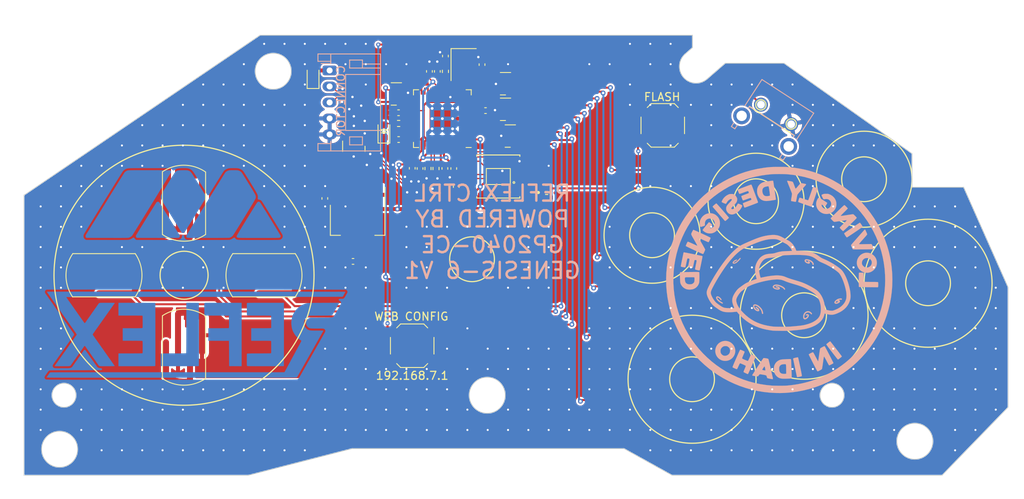
<source format=kicad_pcb>
(kicad_pcb (version 20221018) (generator pcbnew)
  (title_block (title "Nintendo OEM SNES Controller Replacement PCB") (date "2022-10-20") (rev "4a") (comment 1 "http://creativecommons.org/licenses/by-sa/4.0") (comment 2 "Attribution-ShareAlike v4.0 license.") (comment 3 "This document describes Open Hardware and is licensed under the Creative Commons") (comment 4 "(c) 2022 Bob Taylor"))
  (layers (0 "F.Cu" signal "Front") (31 "B.Cu" signal "Back") (34 "B.Paste" user) (35 "F.Paste" user) (36 "B.SilkS" user "B.Silkscreen") (37 "F.SilkS" user "F.Silkscreen") (38 "B.Mask" user) (39 "F.Mask" user) (44 "Edge.Cuts" user))
  (net 0 "")
  (net 1 "GND")
  (net 2 "+5V")
  (net 3 "+3V3")
  (net 4 "Net-(C3-Pad2)")
  (net 5 "/XIN")
  (net 6 "+1V1")
  (net 7 "/VBUS")
  (net 8 "/USB_D+")
  (net 9 "/USB_D-")
  (net 10 "/L")
  (net 11 "/R")
  (net 12 "/START")
  (net 13 "/QSPI_SS")
  (net 14 "/XOUT")
  (net 15 "/DR_+")
  (net 16 "/DR_-")
  (net 17 "Net-(U4-GPIO25)")
  (net 18 "/UP")
  (net 19 "/DOWN")
  (net 20 "/LEFT")
  (net 21 "/RIGHT")
  (net 22 "/SELECT")
  (net 23 "/Y")
  (net 24 "/B")
  (net 25 "/X")
  (net 26 "/A")
  (net 27 "/HOME")
  (net 28 "/QSPI_SD1")
  (net 29 "/QSPI_SD2")
  (net 30 "/QSPI_SD0")
  (net 31 "/QSPI_SCLK")
  (net 32 "/QSPI_SD3")
  (net 33 "/SDA")
  (net 34 "/SCL")
  (net 35 "/Z")
  (net 36 "/4K")
  (net 37 "/C")
  (net 38 "/4P")
  (net 39 "/TURBO")
  (net 40 "/TURBO_LED")
  (net 41 "/SWCLK")
  (net 42 "/SWDIO")
  (net 43 "/RUN")
  (net 44 "/TP")
  (net 45 "/GPIO22_3V3")
  (net 46 "/GPIO23_3V3")
  (net 47 "/GPIO24")
  (net 48 "/RS_TOGGLE")
  (net 49 "/LS_TOGGLE")
  (net 50 "/RGB")
  (net 51 "/GPIO29_ADC3")
  (net 52 "/~{USB_BOOT}")
  (net 53 "Net-(D2-A)")
  (footprint "Package_TO_SOT_SMD:SOT-223-3_TabPin2" (layer "F.Cu") (at 141.7 123.1 -90)
    (fp_text reference "U3")
    (fp_text value "AMS1117-3.3")
  )
  (footprint "Capacitor_SMD:C_0402_1005Metric" (layer "F.Cu") (at 146.815396 109.689604 180)
    (fp_text reference "C11")
    (fp_text value "100n")
  )
  (footprint "Capacitor_SMD:C_0402_1005Metric" (layer "F.Cu") (at 154.03 118.92 90)
    (fp_text reference "C5")
    (fp_text value "100n")
  )
  (footprint "Package_DFN_QFN:UDFN-10_1.35x2.6mm_P0.5mm" (layer "F.Cu") (at 146.540396 107.339604 180)
    (fp_text reference "U5")
    (fp_text value "TVS_RCLAMP0524P-N" hide)
  )
  (footprint "Package_DFN_QFN:UDFN-10_1.35x2.6mm_P0.5mm" (layer "F.Cu") (at 160.784891 112.602551 180)
    (fp_text reference "U2")
    (fp_text value "TVS_RCLAMP0524P-N" hide)
  )
  (footprint "VideoGames:BTN_Controller_5mm_0.3_0.3" (layer "F.Cu") (at 156 128)
    (fp_text reference "SW4" hide)
    (fp_text value "Button_Pad")
  )
  (footprint "VideoGames:BTN_Controller_5mm_0.3_0.3" (layer "F.Cu") (at 178.5 125)
    (fp_text reference "SW6" hide)
    (fp_text value "Button_Pad")
  )
  (footprint "VideoGames:BTN_Controller_5mm_0.3_0.3" (layer "F.Cu") (at 213 131)
    (fp_text reference "SW9" hide)
    (fp_text value "Button_Pad")
  )
  (footprint "Button_Switch_SMD:SW_SPST_SKQG_WithStem" (layer "F.Cu") (at 179.84 111.27)
    (fp_text reference "SW13")
    (fp_text value "SW_Push")
  )
  (footprint "Resistor_SMD:R_0402_1005Metric" (layer "F.Cu") (at 152.675396 104.519604 90)
    (fp_text reference "R5")
    (fp_text value "1K")
  )
  (footprint "VideoGames:BTN_Controller_5mm_0.3_0.3" (layer "F.Cu") (at 205 118)
    (fp_text reference "SW8" hide)
    (fp_text value "Button_Pad")
  )
  (footprint "Resistor_SMD:R_0402_1005Metric" (layer "F.Cu") (at 146.825396 111.029604)
    (fp_text reference "R8")
    (fp_text value "1K")
  )
  (footprint "Resistor_SMD:R_0402_1005Metric" (layer "F.Cu") (at 150.495396 116.659099 90)
    (fp_text reference "R7")
    (fp_text value "27")
  )
  (footprint "Capacitor_SMD:C_0402_1005Metric" (layer "F.Cu") (at 146.825396 113.039604 180)
    (fp_text reference "C9")
    (fp_text value "100n")
  )
  (footprint "Button_Switch_SMD:SW_SPST_SKQG_WithStem" (layer "F.Cu") (at 148.52 138.81)
    (fp_text reference "SW5")
    (fp_text value "SW_Push")
  )
  (footprint "VideoGames:BTN_Controller_Saturn" (layer "F.Cu") (at 120 121 90)
    (fp_text reference "SW3" hide)
    (fp_text value "Button_Pad" hide)
  )
  (footprint "Capacitor_SMD:C_0402_1005Metric" (layer "F.Cu") (at 157.685396 109.419604)
    (fp_text reference "C12")
    (fp_text value "100n")
  )
  (footprint "Capacitor_SMD:C_0402_1005Metric" (layer "F.Cu") (at 141.125 128.27 180)
    (fp_text reference "C2")
    (fp_text value "10u")
  )
  (footprint "Capacitor_SMD:C_0402_1005Metric" (layer "F.Cu") (at 152.605396 116.649604 -90)
    (fp_text reference "C13")
    (fp_text value "100n")
  )
  (footprint "Package_DFN_QFN:UDFN-10_1.35x2.6mm_P0.5mm" (layer "F.Cu") (at 141.225 113.875 -90)
    (fp_text reference "U6")
    (fp_text value "TVS_RCLAMP0524P-N")
  )
  (footprint "Resistor_SMD:R_0402_1005Metric" (layer "F.Cu") (at 165.33 120.29 180)
    (fp_text reference "R4")
    (fp_text value "10K")
  )
  (footprint "VideoGames:BTN_Controller_5mm_0.3_0.3" (layer "F.Cu") (at 197.5 135)
    (fp_text reference "SW11" hide)
    (fp_text value "Button_Pad")
  )
  (footprint "Package_DFN_QFN:UDFN-10_1.35x2.6mm_P0.5mm" (layer "F.Cu") (at 160.185396 109.259604 180)
    (fp_text reference "U1")
    (fp_text value "TVS_RCLAMP0524P-N")
  )
  (footprint "Resistor_SMD:R_0402_1005Metric" (layer "F.Cu") (at 151.495396 116.659099 90)
    (fp_text reference "R6")
    (fp_text value "27")
  )
  (footprint "Capacitor_SMD:C_0402_1005Metric" (layer "F.Cu") (at 148.525396 116.629604 -90)
    (fp_text reference "C10")
    (fp_text value "1u")
  )
  (footprint "LED_SMD:LED_0603_1608Metric" (layer "F.Cu") (at 144.987179 111.997104 90)
    (fp_text reference "D2")
    (fp_text value "LED")
  )
  (footprint "VideoGames:BTN_Controller_Saturn" (layer "F.Cu") (at 120 139 90)
    (fp_text reference "SW2" hide)
    (fp_text value "Button_Pad" hide)
  )
  (footprint "Diode_SMD:D_0603_1608Metric" (layer "F.Cu") (at 136.129891 105.172551 90)
    (fp_text reference "D1")
    (fp_text value "SCHOTTKY DIODE")
  )
  (footprint "VideoGames:BTN_Controller_Saturn" (layer "F.Cu") (at 110 130 180)
    (fp_text reference "SW1" hide)
    (fp_text value "Button_Pad" hide)
  )
  (footprint "Capacitor_SMD:C_0402_1005Metric" (layer "F.Cu") (at 152.675396 102.6 -90)
    (fp_text reference "C3")
    (fp_text value "27p")
  )
  (footprint "VideoGames:BTN_Controller_5mm_0.3_0.3" (layer "F.Cu") (at 183.5 143)
    (fp_text reference locked "SW7" hide)
    (fp_text value "Button_Pad")
  )
  (footprint "VideoGames:RPI_SPI_Flash_Universal_W25Q16" (layer "F.Cu") (at 159.285 117.66 180)
    (fp_text reference "FLASH1")
    (fp_text value "W25Q16")
  )
  (footprint "Crystal:Crystal_SMD_SeikoEpson_TSX3225-4Pin_3.2x2.5mm" (layer "F.Cu") (at 154.95 103.675 -90)
    (fp_text reference "Y1")
    (fp_text value "Crystal_GND24_Small")
  )
  (footprint "Capacitor_SMD:C_0402_1005Metric" (layer "F.Cu") (at 151.665396 104.519604 90)
    (fp_text reference "C14")
    (fp_text value "100n")
  )
  (footprint "Capacitor_SMD:C_0402_1005Metric" (layer "F.Cu") (at 157.25 103.675 -90)
    (fp_text reference "C4")
    (fp_text value "27p")
  )
  (footprint "VideoGames:BTN_Controller_Saturn" (layer "F.Cu") (at 130 130 180)
    (fp_text reference "SW0" hide)
    (fp_text value "Button_Pad" hide)
  )
  (footprint "VideoGames_KiCad6:RP2040-QFN-56" (layer "F.Cu") (at 152.290396 110.424099 180)
    (fp_text reference "U4")
    (fp_text value "RP2040")
  )
  (footprint "Capacitor_SMD:C_0402_1005Metric" (layer "F.Cu") (at 149.505396 116.659604 -90)
    (fp_text reference "C8")
    (fp_text value "1u")
  )
  (footprint "Capacitor_SMD:C_0402_1005Metric" (layer "F.Cu") (at 137.6 120.4 -90)
    (fp_text reference "C1")
    (fp_text value "10u")
  )
  (footprint "Package_DFN_QFN:UDFN-10_1.35x2.6mm_P0.5mm" (layer "F.Cu") (at 160.185396 106.059604 180)
    (fp_text reference "U7")
    (fp_text value "TVS_RCLAMP0524P-N")
  )
  (footprint "Resistor_SMD:R_0402_1005Metric" (layer "F.Cu") (at 165.3 119.14)
    (fp_text reference "R3")
    (fp_text value "1K")
  )
  (footprint "Capacitor_SMD:C_0402_1005Metric" (layer "F.Cu") (at 153.715396 116.659604 -90)
    (fp_text reference "C7")
    (fp_text value "100n")
  )
  (footprint "VideoGames:BTN_Controller_5mm_0.3_0.3" (layer "F.Cu") (at 191.5 120.75)
    (fp_text reference "SW10" hide)
    (fp_text value "Button_Pad")
  )
  (footprint "Capacitor_SMD:C_0402_1005Metric" (layer "F.Cu") (at 150.675396 104.519604 90)
    (fp_text reference "C6")
    (fp_text value "100n")
  )
  (footprint "VideoGames_KiCad6:Idaho_XL" (layer "B.Cu") (at 192.824906 135.962337 180)
    (fp_text reference "Ref**" hide)
    (fp_text value "Val**" hide)
  )
  (footprint "Button_Switch_THT:SW_Tactile_SPST_Angled_PTS645Vx39-2LFS" (layer "B.Cu") (at 195.887303 111.127151 147)
    (fp_text reference "SW12")
    (fp_text value "Button_Pad")
  )
  (footprint "Connector_JST:JST_PH_S5B-PH-K_1x05_P2.00mm_Horizontal" (layer "B.Cu") (at 138.199891 104.402551 -90)
    (fp_text reference "J5")
    (fp_text value "Conn_01x05")
  )
  (footprint "VideoGames:MiSTer_Addons_MA_25mm" (layer "B.Cu") (at 119.89 119.429496 180)
    (fp_text reference "Ref**" hide)
    (fp_text value "Val**" hide)
  )
  (footprint "VideoGames:Reflex_Copper_45mm" (layer "B.Cu") (at 138.606354 133.956146 180)
    (fp_text reference "Ref**" hide)
    (fp_text value "Val**" hide)
  )
  (gr_circle (center 195.9 111.1) (end 195.5 110.6) (stroke (width 0.15)) (fill none) (layer "F.SilkS"))
  (gr_circle locked (center 178.5 125) (end 184.5 125) (stroke (width 0.15)) (fill none) (layer "F.SilkS"))
  (gr_circle (center 120 130) (end 136.25 130) (stroke (width 0.15)) (fill none) (layer "F.SilkS"))
  (gr_circle locked (center 120.01 130) (end 123.01 130) (stroke (width 0.15)) (fill none) (layer "F.SilkS"))
  (gr_circle locked (center 183.5 143) (end 191.5 143) (stroke (width 0.15)) (fill none) (layer "F.SilkS"))
  (gr_circle locked (center 197.5 135) (end 205.5 135) (stroke (width 0.15)) (fill none) (layer "F.SilkS"))
  (gr_circle (center 192.1 108.7) (end 191.7 108.2) (stroke (width 0.15)) (fill none) (layer "F.SilkS"))
  (gr_circle locked (center 205 118) (end 211 118) (stroke (width 0.15)) (fill none) (layer "F.SilkS"))
  (gr_line (start 190.68 108.9) (end 196.27 112.53) (stroke (width 0.15)) (layer "F.SilkS"))
  (gr_circle locked (center 213 131) (end 221 131) (stroke (width 0.15)) (fill none) (layer "F.SilkS"))
  (gr_circle locked (center 191.5 120.75) (end 197.5 120.75) (stroke (width 0.15)) (fill none) (layer "F.SilkS"))
  (gr_line (start 187.65 103.5) (end 185.4 105.45) (stroke (width 0.1)) (layer "Edge.Cuts"))
  (gr_line (start 129.5 100) (end 183.55 100) (stroke (width 0.1)) (layer "Edge.Cuts"))
  (gr_circle locked (center 105 145) (end 106.5 145) (stroke (width 0.1)) (fill none) (layer "Edge.Cuts"))
  (gr_line (start 187.65 103.5) (end 195 103.5) (stroke (width 0.1)) (layer "Edge.Cuts"))
  (gr_line (start 181 155) (end 175 151.67) (stroke (width 0.1)) (layer "Edge.Cuts"))
  (gr_line (start 211 119) (end 211 114.8) (stroke (width 0.1)) (layer "Edge.Cuts"))
  (gr_line (start 183.55 101.55) (end 183.55 100) (stroke (width 0.1)) (layer "Edge.Cuts"))
  (gr_line (start 100 155) (end 128.05 155) (stroke (width 0.1)) (layer "Edge.Cuts"))
  (gr_circle locked (center 211.35 150.75) (end 213.6 150.75) (stroke (width 0.1)) (fill none) (layer "Edge.Cuts"))
  (gr_circle locked (center 131.15 104.5) (end 133.4 104.5) (stroke (width 0.1)) (fill none) (layer "Edge.Cuts"))
  (gr_circle locked (center 201 145) (end 202.5 145) (stroke (width 0.1)) (fill none) (layer "Edge.Cuts"))
  (gr_line (start 223 131.5) (end 223 146.5) (stroke (width 0.1)) (layer "Edge.Cuts"))
  (gr_line (start 211 114.8) (end 195 103.5) (stroke (width 0.1)) (layer "Edge.Cuts"))
  (gr_circle locked (center 104.45 151.75) (end 106.7 151.75) (stroke (width 0.1)) (fill none) (layer "Edge.Cuts"))
  (gr_line (start 100 120) (end 129.5 100) (stroke (width 0.1)) (layer "Edge.Cuts"))
  (gr_line (start 100 155) (end 100 120) (stroke (width 0.1)) (layer "Edge.Cuts"))
  (gr_line (start 211 119) (end 217.45 119) (stroke (width 0.1)) (layer "Edge.Cuts"))
  (gr_line (start 214.75 155) (end 223 146.5) (stroke (width 0.1)) (layer "Edge.Cuts"))
  (gr_line (start 141 151.67) (end 175 151.67) (stroke (width 0.1)) (layer "Edge.Cuts"))
  (gr_line (start 181 155) (end 214.75 155) (stroke (width 0.1)) (layer "Edge.Cuts"))
  (gr_circle locked (center 157.9 145) (end 160.15 145) (stroke (width 0.1)) (fill none) (layer "Edge.Cuts"))
  (gr_line (start 128.05 155) (end 141 151.67) (stroke (width 0.1)) (layer "Edge.Cuts"))
  (gr_arc (start 185.4 105.45) (mid 182.46475 105.3) (end 182.61475 102.36475) (stroke (width 0.1)) (layer "Edge.Cuts"))
  (gr_line (start 223 131.5) (end 217.45 119) (stroke (width 0.1)) (layer "Edge.Cuts"))
  (gr_line (start 183.55 101.55) (end 182.614749 102.364749) (stroke (width 0.1)) (layer "Edge.Cuts"))
  (gr_text "REFLEX CTRL\nPOWERED BY\nGP2040-CE\nGENESIS-6 V1" (at 158.559891 130.592551) (layer "B.SilkS") (effects (font (size 2 2) (thickness 0.3)) (justify bottom mirror)))
  (gr_text "CONNECTOR" (at 140.19 103.66 90) (layer "B.SilkS") (effects (font (size 1 1)) (justify left bottom mirror)))
  (gr_text "WEB CONFIG" (at 143.7 135.74) (layer "F.SilkS") (effects (font (size 1 1)) (justify left bottom)))
  (gr_text "192.168.7.1" (at 148.52 143.14) (layer "F.SilkS") (effects (font (size 1 1)) (justify bottom)))
  (gr_text "FLASH" (at 177.4 108.3) (layer "F.SilkS") (effects (font (size 1 1)) (justify left bottom)))
  (segment (start 153.290344 107.733878) (end 153.290396 107.733826) (width 0.1524) (layer "F.Cu") (net 1))
  (segment (start 153.35 117.76) (end 154.03 118.44) (width 0.1524) (layer "F.Cu") (net 1))
  (segment (start 151.665396 103.309604) (end 151.655396 103.299604) (width 0.1524) (layer "F.Cu") (net 1))
  (segment (start 148.525396 118.149055) (end 148.4 118.274451) (width 0.25) (layer "F.Cu") (net 1))
  (segment (start 158.165396 109.419604) (end 158.812838 109.419604) (width 0.1524) (layer "F.Cu") (net 1))
  (segment (start 159.660396 109.259604) (end 160.710396 109.259604) (width 0.1524) (layer "F.Cu") (net 1))
  (segment (start 160.259891 112.602551) (end 159.677991 112.602551) (width 0.1524) (layer "F.Cu") (net 1))
  (segment (start 156.785396 102.730396) (end 157.25 103.195) (width 0.1524) (layer "F.Cu") (net 1))
  (segment (start 153.290396 107.733826) (end 153.290396 106.986599) (width 0.1524) (layer "F.Cu") (net 1))
  (segment (start 147.065396 107.339604) (end 146.015396 107.339604) (width 0.1524) (layer "F.Cu") (net 1))
  (segment (start 151.665396 104.039604) (end 151.665396 103.309604) (width 0.1524) (layer "F.Cu") (net 1))
  (segment (start 152.005 102.12) (end 152 102.125) (width 0.1524) (layer "F.Cu") (net 1))
  (segment (start 153.22 117.76) (end 153.35 117.76) (width 0.1524) (layer "F.Cu") (net 1))
  (segment (start 159.013496 106.059604) (end 158.985396 106.087704) (width 0.1524) (layer "F.Cu") (net 1))
  (segment (start 153.22 117.635) (end 153.715396 117.139604) (width 0.25) (layer "F.Cu") (net 1))
  (segment (start 156.785396 102.730396) (end 156.705396 102.730396) (width 0.1524) (layer "F.Cu") (net 1))
  (segment (start 147.855396 107.339604) (end 147.995396 107.199604) (width 0.1524) (layer "F.Cu") (net 1))
  (segment (start 153.22 117.76) (end 153.22 117.635) (width 0.25) (layer "F.Cu") (net 1))
  (segment (start 152.675396 102.12) (end 152.005 102.12) (width 0.1524) (layer "F.Cu") (net 1))
  (segment (start 150.675396 104.039604) (end 150.675396 103.299604) (width 0.1524) (layer "F.Cu") (net 1))
  (segment (start 159.660396 106.059604) (end 159.013496 106.059604) (width 0.1524) (layer "F.Cu") (net 1))
  (segment (start 160.710396 106.059604) (end 159.660396 106.059604) (width 0.1524) (layer "F.Cu") (net 1))
  (segment (start 148.525396 117.109604) (end 148.525396 118.149055) (width 0.25) (layer "F.Cu") (net 1))
  (segment (start 149.505396 118.094055) (end 149.505396 117.139604) (width 0.25) (layer "F.Cu") (net 1))
  (segment (start 158.972838 109.259604) (end 158.869891 109.362551) (width 0.1524) (layer "F.Cu") (net 1))
  (segment (start 159.660396 109.259604) (end 158.972838 109.259604) (width 0.1524) (layer "F.Cu") (net 1))
  (segment (start 156.55 102.575) (end 155.75 102.575) (width 0.1524) (layer "F.Cu") (net 1))
  (segment (start 159.677991 112.602551) (end 159.649891 112.574451) (width 0.1524) (layer "F.Cu") (net 1))
  (segment (start 160.435 116.96) (end 159.785 116.96) (width 0.1524) (layer "F.Cu") (net 1))
  (segment (start 153.22 117.744208) (end 152.605396 117.129604) (width 0.25) (layer "F.Cu") (net 1))
  (segment (start 162.89 115.755) (end 161.935 115.755) (width 0.25) (layer "F.Cu") (net 1))
  (segment (start 141.225 113.35) (end 141.225 115.142021) (width 0.1524) (layer "F.Cu") (net 1))
  (segment (start 161.935 115.755) (end 161.93 115.75) (width 0.25) (layer "F.Cu") (net 1))
  (segment (start 158.812838 109.419604) (end 158.869891 109.362551) (width 0.1524) (layer "F.Cu") (net 1))
  (segment (start 154.15 104.775) (end 155.75 103.175) (width 0.1524) (layer "F.Cu") (net 1))
  (segment (start 160.259891 112.602551) (end 161.309891 112.602551) (width 0.1524) (layer "F.Cu") (net 1))
  (segment (start 153.22 117.76) (end 153.22 117.744208) (width 0.25) (layer "F.Cu") (net 1))
  (segment (start 156.705396 102.730396) (end 156.55 102.575) (width 0.1524) (layer "F.Cu") (net 1))
  (segment (start 149.325 118.274451) (end 149.505396 118.094055) (width 0.25) (layer "F.Cu") (net 1))
  (segment (start 147.065396 107.339604) (end 147.855396 107.339604) (width 0.1524) (layer "F.Cu") (net 1))
  (segment (start 141.225 115.142021) (end 141.208227 115.158794) (width 0.1524) (layer "F.Cu") (net 1))
  (segment (start 159.285 117.46) (end 159.785 116.96) (width 0.1524) (layer "F.Cu") (net 1))
  (via (at 137.64 141.72) (size 0.508) (drill 0.254) (layers "F.Cu" "B.Cu") (net 1))
  (via (at 141.229391 111.332551) (size 0.6) (drill 0.3) (layers "F.Cu" "B.Cu") (net 1))
  (via (at 145.26 149.34) (size 0.508) (drill 0.254) (layers "F.Cu" "B.Cu") (net 1))
  (via (at 152.88 149.34) (size 0.508) (drill 0.254) (layers "F.Cu" "B.Cu") (net 1))
  (via (at 124.94 146.8) (size 0.508) (drill 0.254) (layers "F.Cu" "B.Cu") (net 1))
  (via (at 168.12 139.18) (size 0.508) (drill 0.254) (layers "F.Cu" "B.Cu") (net 1))
  (via (at 201.14 123.94) (size 0.508) (drill 0.254) (layers "F.Cu" "B.Cu") (net 1))
  (via (at 140.18 144.26) (size 0.508) (drill 0.254) (layers "F.Cu" "B.Cu") (net 1))
  (via (at 140.18 131.56) (size 0.508) (drill 0.254) (layers "F.Cu" "B.Cu") (net 1))
  (via (at 211.3 121.4) (size 0.508) (drill 0.254) (layers "F.Cu" "B.Cu") (net 1))
  (via (at 165.58 146.8) (size 0.508) (drill 0.254) (layers "F.Cu" "B.Cu") (net 1))
  (via (at 135.1 123.94) (size 0.508) (drill 0.254) (layers "F.Cu" "B.Cu") (net 1))
  (via (at 130.02 149.34) (size 0.508) (drill 0.254) (layers "F.Cu" "B.Cu") (net 1))
  (via (at 109.7 144.26) (size 0.508) (drill 0.254) (layers "F.Cu" "B.Cu") (net 1))
  (via (at 173.2 136.64) (size 0.508) (drill 0.254) (layers "F.Cu" "B.Cu") (net 1))
  (via (at 104.62 136.64) (size 0.508) (drill 0.254) (layers "F.Cu" "B.Cu") (net 1))
  (via (at 137.64 144.26) (size 0.508) (drill 0.254) (layers "F.Cu" "B.Cu") (net 1))
  (via (at 206.22 136.64) (size 0.508) (drill 0.254) (layers "F.Cu" "B.Cu") (net 1))
  (via (at 180.82 101.08) (size 0.508) (drill 0.254) (layers "F.Cu" "B.Cu") (net 1))
  (via (at 216.38 129.02) (size 0.508) (drill 0.254) (layers "F.Cu" "B.Cu") (net 1))
  (via (at 163.04 149.34) (size 0.508) (drill 0.254) (layers "F.Cu" "B.Cu") (net 1))
  (via (at 185.9 106.16) (size 0.508) (drill 0.254) (layers "F.Cu" "B.Cu") (net 1))
  (via (at 178.28 129.02) (size 0.508) (drill 0.254) (layers "F.Cu" "B.Cu") (net 1))
  (via (at 178.28 139.18) (size 0.508) (drill 0.254) (layers "F.Cu" "B.Cu") (net 1))
  (via (at 170.66 141.72) (size 0.508) (drill 0.254) (layers "F.Cu" "B.Cu") (net 1))
  (via (at 137.64 139.18) (size 0.508) (drill 0.254) (layers "F.Cu" "B.Cu") (net 1))
  (via (at 168.12 149.34) (size 0.508) (drill 0.254) (layers "F.Cu" "B.Cu") (net 1))
  (via (at 142.72 141.72) (size 0.508) (drill 0.254) (layers "F.Cu" "B.Cu") (net 1))
  (via (at 102.08 131.56) (size 0.508) (drill 0.254) (layers "F.Cu" "B.Cu") (net 1))
  (via (at 143.275 114.8469) (size 0.6) (drill 0.3) (layers "F.Cu" "B.Cu") (net 1))
  (via (at 114.78 149.34) (size 0.508) (drill 0.254) (layers "F.Cu" "B.Cu") (net 1))
  (via (at 119.86 146.8) (size 0.508) (drill 0.254) (layers "F.Cu" "B.Cu") (net 1))
  (via (at 180.82 139.18) (size 0.508) (drill 0.254) (layers "F.Cu" "B.Cu") (net 1))
  (via (at 185.9 151.88) (size 0.508) (drill 0.254) (layers "F.Cu" "B.Cu") (net 1))
  (via (at 190.98 144.26) (size 0.508) (drill 0.254) (layers "F.Cu" "B.Cu") (net 1))
  (via (at 165.58 144.26) (size 0.508) (drill 0.254) (layers "F.Cu" "B.Cu") (net 1))
  (via (at 122.4 149.34) (size 0.508) (drill 0.254) (layers "F.Cu" "B.Cu") (net 1))
  (via (at 109.7 146.8) (size 0.508) (drill 0.254) (layers "F.Cu" "B.Cu") (net 1))
  (via (at 178.28 144.26) (size 0.508) (drill 0.254) (layers "F.Cu" "B.Cu") (net 1))
  (via (at 218.92 149.34) (size 0.508) (drill 0.254) (layers "F.Cu" "B.Cu") (net 1))
  (via (at 175.74 149.34) (size 0.508) (drill 0.254) (layers "F.Cu" "B.Cu") (net 1))
  (via (at 147.892335 119.635451) (size 0.6) (drill 0.3) (layers "F.Cu" "B.Cu") (net 1))
  (via (at 163.04 139.18) (size 0.508) (drill 0.254) (layers "F.Cu" "B.Cu") (net 1))
  (via (at 170.66 144.26) (size 0.508) (drill 0.254) (layers "F.Cu" "B.Cu") (net 1))
  (via (at 175.74 134.1) (size 0.508) (drill 0.254) (layers "F.Cu" "B.Cu") (net 1))
  (via (at 135.1 113.78) (size 0.508) (drill 0.254) (layers "F.Cu" "B.Cu") (net 1))
  (via (at 142.72 129.02) (size 0.508) (drill 0.254) (layers "F.Cu" "B.Cu") (net 1))
  (via (at 211.3 141.72) (size 0.508) (drill 0.254) (layers "F.Cu" "B.Cu") (net 1))
  (via (at 151.675897 117.901302) (size 0.6) (drill 0.3) (layers "F.Cu" "B.Cu") (net 1))
  (via (at 137.64 131.56) (size 0.508) (drill 0.254) (layers "F.Cu" "B.Cu") (net 1))
  (via (at 122.4 108.7) (size 0.508) (drill 0.254) (layers "F.Cu" "B.Cu") (net 1))
  (via (at 114.78 126.48) (size 0.508) (drill 0.254) (layers "F.Cu" "B.Cu") (net 1))
  (via (at 153.22 117.76) (size 0.6) (drill 0.3) (layers "F.Cu" "B.Cu") (net 1))
  (via (at 188.44 106.16) (size 0.508) (drill 0.254) (layers "F.Cu" "B.Cu") (net 1))
  (via (at 150.34 129.02) (size 0.508) (drill 0.254) (layers "F.Cu" "B.Cu") (net 1))
  (via (at 173.2 129.02) (size 0.508) (drill 0.254) (layers "F.Cu" "B.Cu") (net 1))
  (via (at 117.32 149.34) (size 0.508) (drill 0.254) (layers "F.Cu" "B.Cu") (net 1))
  (via (at 183.36 149.34) (size 0.508) (drill 0.254) (layers "F.Cu" "B.Cu") (net 1))
  (via (at 147.8 103.62) (size 0.508) (drill 0.254) (layers "F.Cu" "B.Cu") (net 1))
  (via (at 117.32 111.24) (size 0.508) (drill 0.254) (layers "F.Cu" "B.Cu") (net 1))
  (via (at 132.56 126.48) (size 0.508) (drill 0.254) (layers "F.Cu" "B.Cu") (net 1))
  (via (at 127.48 144.26) (size 0.508) (drill 0.254) (layers "F.Cu" "B.Cu") (net 1))
  (via (at 203.68 144.26) (size 0.508) (drill 0.254) (layers "F.Cu" "B.Cu") (net 1))
  (via (at 160.5 139.18) (size 0.508) (drill 0.254) (layers "F.Cu" "B.Cu") (net 1))
  (via (at 218.92 136.64) (size 0.508) (drill 0.254) (layers "F.Cu" "B.Cu") (net 1))
  (via (at 130.02 116.32) (size 0.508) (drill 0.254) (layers "F.Cu" "B.Cu") (net 1))
  (via (at 201.14 151.88) (size 0.508) (drill 0.254) (layers "F.Cu" "B.Cu") (net 1))
  (via (at 132.56 149.34) (size 0.508) (drill 0.254) (layers "F.Cu" "B.Cu") (net 1))
  (via (at 142.72 103.62) (size 0.508) (drill 0.254) (layers "F.Cu" "B.Cu") (net 1))
  (via (at 203.68 136.64) (size 0.508) (drill 0.254) (layers "F.Cu" "B.Cu") (net 1))
  (via (at 185.9 108.7) (size 0.508) (drill 0.254) (layers "F.Cu" "B.Cu") (net 1))
  (via (at 170.66 146.8) (size 0.508) (drill 0.254) (layers "F.Cu" "B.Cu") (net 1))
  (via (at 102.08 139.18) (size 0.508) (drill 0.254) (layers "F.Cu" "B.Cu") (net 1))
  (via (at 193.52 146.8) (size 0.508) (drill 0.254) (layers "F.Cu" "B.Cu") (net 1))
  (via (at 102.08 123.94) (size 0.508) (drill 0.254) (layers "F.Cu" "B.Cu") (net 1))
  (via (at 102.08 126.48) (size 0.508) (drill 0.254) (layers "F.Cu" "B.Cu") (net 1))
  (via (at 135.1 111.24) (size 0.508) (drill 0.254) (layers "F.Cu" "B.Cu") (net 1))
  (via (at 188.44 113.78) (size 0.508) (drill 0.254) (layers "F.Cu" "B.Cu") (net 1))
  (via (at 147.8 144.26) (size 0.508) (drill 0.254) (layers "F.Cu" "B.Cu") (net 1))
  (via (at 145.930941 117.941501) (size 0.6) (drill 0.3) (layers "F.Cu" "B.Cu") (net 1))
  (via (at 196.06 146.8) (size 0.508) (drill 0.254) (layers "F.Cu" "B.Cu") (net 1))
  (via (at 165.58 116.32) (size 0.508) (drill 0.254) (layers "F.Cu" "B.Cu") (net 1))
  (via (at 152.88 146.8) (size 0.508) (drill 0.254) (layers "F.Cu" "B.Cu") (net 1))
  (via (at 180.82 103.62) (size 0.508) (drill 0.254) (layers "F.Cu" "B.Cu") (net 1))
  (via (at 124.94 149.34) (size 0.508) (drill 0.254) (layers "F.Cu" "B.Cu") (net 1))
  (via (at 178.28 151.88) (size 0.508) (drill 0.254) (layers "F.Cu" "B.Cu") (net 1))
  (via (at 188.44 149.34) (size 0.508) (drill 0.254) (layers "F.Cu" "B.Cu") (net 1))
  (via (at 221.46 136.64) (size 0.508) (drill 0.254) (layers "F.Cu" "B.Cu") (net 1))
  (via (at 119.86 131.56) (size 0.508) (drill 0.254) (layers "F.Cu" "B.Cu") (net 1))
  (via (at 135.1 101.08) (size 0.508) (drill 0.254) (layers "F.Cu" "B.Cu") (net 1))
  (via (at 213.84 121.4) (size 0.508) (drill 0.254) (layers "F.Cu" "B.Cu") (net 1))
  (via (at 140.18 149.34) (size 0.508) (drill 0.254) (layers "F.Cu" "B.Cu") (net 1))
  (via (at 203.68 141.72) (size 0.508) (drill 0.254) (layers "F.Cu" "B.Cu") (net 1))
  (via (at 140.653703 109.238739) (size 0.6) (drill 0.3) (layers "F.Cu" "B.Cu") (net 1))
  (via (at 216.38 123.94) (size 0.508) (drill 0.254) (layers "F.Cu" "B.Cu") (net 1))
  (via (at 208.76 136.64) (size 0.508) (drill 0.254) (layers "F.Cu" "B.Cu") (net 1))
  (via (at 107.16 121.4) (size 0.508) (drill 0.254) (layers "F.Cu" "B.Cu") (net 1))
  (via (at 142.72 136.64) (size 0.508) (drill 0.254) (layers "F.Cu" "B.Cu") (net 1))
  (via (at 188.44 134.1) (size 0.508) (drill 0.254) (layers "F.Cu" "B.Cu") (net 1))
  (via (at 203.68 126.48) (size 0.508) (drill 0.254) (layers "F.Cu" "B.Cu") (net 1))
  (via (at 218.92 141.72) (size 0.508) (drill 0.254) (layers "F.Cu" "B.Cu") (net 1))
  (via (at 193.52 106.16) (size 0.508) (drill 0.254) (layers "F.Cu" "B.Cu") (net 1))
  (via (at 160.5 103.62) (size 0.508) (drill 0.254) (layers "F.Cu" "B.Cu") (net 1))
  (via (at 196.06 141.72) (size 0.508) (drill 0.254) (layers "F.Cu" "B.Cu") (net 1))
  (via (at 208.76 144.26) (size 0.508) (drill 0.254) (layers "F.Cu" "B.Cu") (net 1))
  (via (at 180.82 129.02) (size 0.508) (drill 0.254) (layers "F.Cu" "B.Cu") (net 1))
  (via (at 107.16 149.34) (size 0.508) (drill 0.254) (layers "F.Cu" "B.Cu") (net 1))
  (via (at 198.6 126.48) (size 0.508) (drill 0.254) (layers "F.Cu" "B.Cu") (net 1))
  (via (at 183.36 134.1) (size 0.508) (drill 0.254) (layers "F.Cu" "B.Cu") (net 1))
  (via (at 141.056079 107.716363) (size 0.6) (drill 0.3) (layers "F.Cu" "B.Cu") (net 1))
  (via (at 175.74 129.02) (size 0.508) (drill 0.254) (layers "F.Cu" "B.Cu") (net 1))
  (via (at 147.8 129.02) (size 0.508) (drill 0.254) (layers "F.Cu" "B.Cu") (net 1))
  (via (at 114.78 144.26) (size 0.508) (drill 0.254) (layers "F.Cu" "B.Cu") (net 1))
  (via (at 137.64 149.34) (size 0.508) (drill 0.254) (layers "F.Cu" "B.Cu") (net 1))
  (via (at 130.02 146.8) (size 0.508) (drill 0.254) (layers "F.Cu" "B.Cu") (net 1))
  (via (at 122.4 144.26) (size 0.508) (drill 0.254) (layers "F.Cu" "B.Cu") (net 1))
  (via (at 124.94 108.7) (size 0.508) (drill 0.254) (layers "F.Cu" "B.Cu") (net 1))
  (via (at 114.78 146.8) (size 0.508) (drill 0.254) (layers "F.Cu" "B.Cu") (net 1))
  (via (at 102.08 144.26) (size 0.508) (drill 0.254) (layers "F.Cu" "B.Cu") (net 1))
  (via (at 173.2 134.1) (size 0.508) (drill 0.254) (layers "F.Cu" "B.Cu") (net 1))
  (via (at 198.6 144.26) (size 0.508) (drill 0.254) (layers "F.Cu" "B.Cu") (net 1))
  (via (at 190.98 106.16) (size 0.508) (drill 0.254) (layers "F.Cu" "B.Cu") (net 1))
  (via (at 135.1 108.7) (size 0.508) (drill 0.254) (layers "F.Cu" "B.Cu") (net 1))
  (via (at 127.48 108.7) (size 0.508) (drill 0.254) (layers "F.Cu" "B.Cu") (net 1))
  (via (at 140.18 141.72) (size 0.508) (drill 0.254) (layers "F.Cu" "B.Cu") (net 1))
  (via (at 180.82 118.86) (size 0.508) (drill 0.254) (layers "F.Cu" "B.Cu") (net 1))
  (via (at 114.78 111.24) (size 0.508) (drill 0.254) (layers "F.Cu" "B.Cu") (net 1))
  (via (at 213.84 139.18) (size 0.508) (drill 0.254) (layers "F.Cu" "B.Cu") (net 1))
  (via (at 160.5 141.72) (size 0.508) (drill 0.254) (layers "F.Cu" "B.Cu") (net 1))
  (via (at 145.26 146.8) (size 0.508) (drill 0.254) (layers "F.Cu" "B.Cu") (net 1))
  (via (at 206.22 126.48) (size 0.508) (drill 0.254) (layers "F.Cu" "B.Cu") (net 1))
  (via (at 132.56 118.86) (size 0.508) (drill 0.254) (layers "F.Cu" "B.Cu") (net 1))
  (via (at 147.613315 117.699127) (size 0.6) (drill 0.3) (layers "F.Cu" "B.Cu") (net 1))
  (via (at 146.113315 116.199127) (size 0.6) (drill 0.3) (layers "F.Cu" "B.Cu") (net 1))
  (via (at 140.18 129.02) (size 0.508) (drill 0.254) (layers "F.Cu" "B.Cu") (net 1))
  (via (at 160.5 131.56) (size 0.508) (drill 0.254) (layers "F.Cu" "B.Cu") (net 1))
  (via (at 147.995396 107.199604) (size 0.6) (drill 0.3) (layers "F.Cu" "B.Cu") (net 1))
  (via (at 188.44 136.64) (size 0.508) (drill 0.254) (layers "F.Cu" "B.Cu") (net 1))
  (via (at 104.62 118.86) (size 0.508) (drill 0.254) (layers "F.Cu" "B.Cu") (net 1))
  (via (at 152 102.125) (size 0.6) (drill 0.3) (layers "F.Cu" "B.Cu") (net 1))
  (via (at 135.1 118.86) (size 0.508) (drill 0.254) (layers "F.Cu" "B.Cu") (net 1))
  (via (at 206.22 141.72) (size 0.508) (drill 0.254) (layers "F.Cu" "B.Cu") (net 1))
  (via (at 127.48 151.88) (size 0.508) (drill 0.254) (layers "F.Cu" "B.Cu") (net 1))
  (via (at 102.08 121.4) (size 0.508) (drill 0.254) (layers "F.Cu" "B.Cu") (net 1))
  (via (at 206.22 139.18) (size 0.508) (drill 0.254) (layers "F.Cu" "B.Cu") (net 1))
  (via (at 102.08 129.02) (size 0.508) (drill 0.254) (layers "F.Cu" "B.Cu") (net 1))
  (via (at 178.28 141.72) (size 0.508) (drill 0.254) (layers "F.Cu" "B.Cu") (net 1))
  (via (at 124.94 116.32) (size 0.508) (drill 0.254) (layers "F.Cu" "B.Cu") (net 1))
  (via (at 206.22 134.1) (size 0.508) (drill 0.254) (layers "F.Cu" "B.Cu") (net 1))
  (via (at 198.6 151.88) (size 0.508) (drill 0.254) (layers "F.Cu" "B.Cu") (net 1))
  (via (at 122.4 151.88) (size 0.508) (drill 0.254) (layers "F.Cu" "B.Cu") (net 1))
  (via (at 135.1 116.32) (size 0.508) (drill 0.254) (layers "F.Cu" "B.Cu") (net 1))
  (via (at 198.6 141.72) (size 0.508) (drill 0.254) (layers "F.Cu" "B.Cu") (net 1))
  (via (at 163.04 146.8) (size 0.508) (drill 0.254) (layers "F.Cu" "B.Cu") (net 1))
  (via (at 206.22 123.94) (size 0.508) (drill 0.254) (layers "F.Cu" "B.Cu") (net 1))
  (via (at 159.649891 112.574451) (size 0.6) (drill 0.3) (layers "F.Cu" "B.Cu") (net 1))
  (via (at 142.72 106.16) (size 0.508) (drill 0.254) (layers "F.Cu" "B.Cu") (net 1))
  (via (at 180.82 136.64) (size 0.508) (drill 0.254) (layers "F.Cu" "B.Cu") (net 1))
  (via (at 165.58 126.48) (size 0.508) (drill 0.254) (layers "F.Cu" "B.Cu") (net 1))
  (via (at 137.64 101.08) (size 0.508) (drill 0.254) (layers "F.Cu" "B.Cu") (net 1))
  (via (at 190.98 134.1) (size 0.508) (drill 0.254) (layers "F.Cu" "B.Cu") (net 1))
  (via (at 109.7 149.34) (size 0.508) (drill 0.254) (layers "F.Cu" "B.Cu") (net 1))
  (via (at 218.92 131.56) (size 0.508) (drill 0.254) (layers "F.Cu" "B.Cu") (net 1))
  (via (at 137.64 118.86) (size 0.508) (drill 0.254) (layers "F.Cu" "B.Cu") (net 1))
  (via (at 198.6 121.4) (size 0.508) (drill 0.254) (layers "F.Cu" "B.Cu") (net 1))
  (via (at 117.32 144.26) (size 0.508) (drill 0.254) (layers "F.Cu" "B.Cu") (net 1))
  (via (at 180.82 149.34) (size 0.508) (drill 0.254) (layers "F.Cu" "B.Cu") (net 1))
  (via (at 175.74 136.64) (size 0.508) (drill 0.254) (layers "F.Cu" "B.Cu") (net 1))
  (via (at 165.58 129.02) (size 0.508) (drill 0.254) (layers "F.Cu" "B.Cu") (net 1))
  (via (at 153.290344 107.733878) (size 0.6) (drill 0.3) (layers "F.Cu" "B.Cu") (net 1))
  (via (at 104.62 123.94) (size 0.508) (drill 0.254) (layers "F.Cu" "B.Cu") (net 1))
  (via (at 201.14 141.72) (size 0.508) (drill 0.254) (layers "F.Cu" "B.Cu") (net 1))
  (via (at 216.38 149.34) (size 0.508) (drill 0.254) (layers "F.Cu" "B.Cu") (net 1))
  (via (at 213.84 123.94) (size 0.508) (drill 0.254) (layers "F.Cu" "B.Cu") (net 1))
  (via (at 132.56 101.08) (size 0.508) (drill 0.254) (layers "F.Cu" "B.Cu") (net 1))
  (via (at 119.86 113.78) (size 0.508) (drill 0.254) (layers "F.Cu" "B.Cu") (net 1))
  (via (at 178.28 136.64) (size 0.508) (drill 0.254) (layers "F.Cu" "B.Cu") (net 1))
  (via (at 221.46 134.1) (size 0.508) (drill 0.254) (layers "F.Cu" "B.Cu") (net 1))
  (via (at 117.32 113.78) (size 0.508) (drill 0.254) (layers "F.Cu" "B.Cu") (net 1))
  (via (at 201.14 113.78) (size 0.508) (drill 0.254) (layers "F.Cu" "B.Cu") (net 1))
  (via (at 216.38 151.88) (size 0.508) (drill 0.254) (layers "F.Cu" "B.Cu") (net 1))
  (via (at 158.869891 109.362551) (size 0.6) (drill 0.3) (layers "F.Cu" "B.Cu") (net 1))
  (via (at 203.68 134.1) (size 0.508) (drill 0.254) (layers "F.Cu" "B.Cu") (net 1))
  (via (at 218.92 144.26) (size 0.508) (drill 0.254) (layers "F.Cu" "B.Cu") (net 1))
  (via (at 198.6 149.34) (size 0.508) (drill 0.254) (layers "F.Cu" "B.Cu") (net 1))
  (via (at 211.3 136.64) (size 0.508) (drill 0.254) (layers "F.Cu" "B.Cu") (net 1))
  (via (at 170.66 136.64) (size 0.508) (drill 0.254) (layers "F.Cu" "B.Cu") (net 1))
  (via (at 147.8 126.48) (size 0.508) (drill 0.254) (layers "F.Cu" "B.Cu") (net 1))
  (via (at 190.98 151.88) (size 0.508) (drill 0.254) (layers "F.Cu" "B.Cu") (net 1))
  (via (at 119.86 149.34) (size 0.508) (drill 0.254) (layers "F.Cu" "B.Cu") (net 1))
  (via (at 173.2 149.34) (size 0.508) (drill 0.254) (layers "F.Cu" "B.Cu") (net 1))
  (via (at 193.52 149.34) (size 0.508) (drill 0.254) (layers "F.Cu" "B.Cu") (net 1))
  (via (at 127.48 106.16) (size 0.508) (drill 0.254) (layers "F.Cu" "B.Cu") (net 1))
  (via (at 141.229391 110.132551) (size 0.6) (drill 0.3) (layers "F.Cu" "B.Cu") (net 1))
  (via (at 157.96 141.72) (size 0.508) (drill 0.254) (layers "F.Cu" "B.Cu") (net 1))
  (via (at 193.52 111.24) (size 0.508) (drill 0.254) (layers "F.Cu" "B.Cu") (net 1))
  (via (at 135.1 121.4) (size 0.508) (drill 0.254) (layers "F.Cu" "B.Cu") (net 1))
  (via (at 188.44 146.8) (size 0.508) (drill 0.254) (layers "F.Cu" "B.Cu") (net 1))
  (via (at 178.28 108.7) (size 0.508) (drill 0.254) (layers "F.Cu" "B.Cu") (net 1))
  (via (at 132.56 116.32) (size 0.508) (drill 0.254) (layers "F.Cu" "B.Cu") (net 1))
  (via (at 216.38 121.4) (size 0.508) (drill 0.254) (layers "F.Cu" "B.Cu") (net 1))
  (via (at 124.94 131.56) (size 0.508) (drill 0.254) (layers "F.Cu" "B.Cu") (net 1))
  (via (at 150.34 126.48) (size 0.508) (drill 0.254) (layers "F.Cu" "B.Cu") (net 1))
  (via (at 193.52 129.02) (size 0.508) (drill 0.254) (layers "F.Cu" "B.Cu") (net 1))
  (via (at 142.72 101.08) (size 0.508) (drill 0.254) (layers "F.Cu" "B.Cu") (net 1))
  (via (at 107.16 116.32) (size 0.508) (drill 0.254) (layers "F.Cu" "B.Cu") (net 1))
  (via (at 201.14 111.24) (size 0.508) (drill 0.254) (layers "F.Cu" "B.Cu") (net 1))
  (via (at 102.08 146.8) (size 0.508) (drill 0.254) (layers "F.Cu" "B.Cu") (net 1))
  (via (at 178.28 103.62) (size 0.508) (drill 0.254) (layers "F.Cu" "B.Cu") (net 1))
  (via (at 185.9 123.94) (size 0.508) (drill 0.254) (layers "F.Cu" "B.Cu") (net 1))
  (via (at 218.92 139.18) (size 0.508) (drill 0.254) (layers "F.Cu" "B.Cu") (net 1))
  (via (at 163.04 144.26) (size 0.508) (drill 0.254) (layers "F.Cu" "B.Cu") (net 1))
  (via (at 213.84 144.26) (size 0.508) (drill 0.254) (layers "F.Cu" "B.Cu") (net 1))
  (via (at 196.06 129.02) (size 0.508) (drill 0.254) (layers "F.Cu" "B.Cu") (net 1))
  (via (at 165.58 123.94) (size 0.508) (drill 0.254) (layers "F.Cu" "B.Cu") (net 1))
  (via (at 127.48 149.34) (size 0.508) (drill 0.254) (layers "F.Cu" "B.Cu") (net 1))
  (via (at 201.14 149.34) (size 0.508) (drill 0.254) (layers "F.Cu" "B.Cu") (net 1))
  (via (at 180.82 146.8) (size 0.508) (drill 0.254) (layers "F.Cu" "B.Cu") (net 1))
  (via (at 188.44 151.88) (size 0.508) (drill 0.254) (layers "F.Cu" "B.Cu") (net 1))
  (via (at 102.08 141.72) (size 0.508) (drill 0.254) (layers "F.Cu" "B.Cu") (net 1))
  (via (at 198.6 139.18) (size 0.508) (drill 0.254) (layers "F.Cu" "B.Cu") (net 1))
  (via (at 175.74 146.8) (size 0.508) (drill 0.254) (layers "F.Cu" "B.Cu") (net 1))
  (via (at 163.04 131.56) (size 0.508) (drill 0.254) (layers "F.Cu" "B.Cu") (net 1))
  (via (at 140.18 121.4) (size 0.508) (drill 0.254) (layers "F.Cu" "B.Cu") (net 1))
  (via (at 142.590391 110.712551) (size 0.6) (drill 0.3) (layers "F.Cu" "B.Cu") (net 1))
  (via (at 163.04 129.02) (size 0.508) (drill 0.254) (layers "F.Cu" "B.Cu") (net 1))
  (via (at 185.9 134.1) (size 0.508) (drill 0.254) (layers "F.Cu" "B.Cu") (net 1))
  (via (at 137.64 129.02) (size 0.508) (drill 0.254) (layers "F.Cu" "B.Cu") (net 1))
  (via (at 183.36 146.8) (size 0.508) (drill 0.254) (layers "F.Cu" "B.Cu") (net 1))
  (via (at 208.76 141.72) (size 0.508) (drill 0.254) (layers "F.Cu" "B.Cu") (net 1))
  (via (at 147.8 123.94) (size 0.508) (drill 0.254) (layers "F.Cu" "B.Cu") (net 1))
  (via (at 208.76 123.94) (size 0.508) (drill 0.254) (layers "F.Cu" "B.Cu") (net 1))
  (via (at 208.76 149.34) (size 0.508) (drill 0.254) (layers "F.Cu" "B.Cu") (net 1))
  (via (at 193.52 144.26) (size 0.508) (drill 0.254) (layers "F.Cu" "B.Cu") (net 1))
  (via (at 198.6 129.02) (size 0.508) (drill 0.254) (layers "F.Cu" "B.Cu") (net 1))
  (via (at 130.02 118.86) (size 0.508) (drill 0.254) (layers "F.Cu" "B.Cu") (net 1))
  (via (at 112.24 116.32) (size 0.508) (drill 0.254) (layers "F.Cu" "B.Cu") (net 1))
  (via (at 160.5 146.8) (size 0.508) (drill 0.254) (layers "F.Cu" "B.Cu") (net 1))
  (via (at 198.6 118.86) (size 0.508) (drill 0.254) (layers "F.Cu" "B.Cu") (net 1))
  (via (at 130.02 111.24) (size 0.508) (drill 0.254) (layers "F.Cu" "B.Cu") (net 1))
  (via (at 190.98 113.78) (size 0.508) (drill 0.254) (layers "F.Cu" "B.Cu") (net 1))
  (via (at 132.56 121.4) (size 0.508) (drill 0.254) (layers "F.Cu" "B.Cu") (net 1))
  (via (at 206.22 113.78) (size 0.508) (drill 0.254) (layers "F.Cu" "B.Cu") (net 1))
  (via (at 180.82 134.1) (size 0.508) (drill 0.254) (layers "F.Cu" "B.Cu") (net 1))
  (via (at 211.3 126.48) (size 0.508) (drill 0.254) (layers "F.Cu" "B.Cu") (net 1))
  (via (at 124.94 106.16) (size 0.508) (drill 0.254) (layers "F.Cu" "B.Cu") (net 1))
  (via (at 150.34 144.26) (size 0.508) (drill 0.254) (layers "F.Cu" "B.Cu") (net 1))
  (via (at 132.56 108.7) (size 0.508) (drill 0.254) (layers "F.Cu" "B.Cu") (net 1))
  (via (at 221.46 131.56) (size 0.508) (drill 0.254) (layers "F.Cu" "B.Cu") (net 1))
  (via (at 157.96 149.34) (size 0.508) (drill 0.254) (layers "F.Cu" "B.Cu") (net 1))
  (via (at 165.58 139.18) (size 0.508) (drill 0.254) (layers "F.Cu" "B.Cu") (net 1))
  (via (at 183.36 129.02) (size 0.508) (drill 0.254) (layers "F.Cu" "B.Cu") (net 1))
  (via (at 150.34 146.8) (size 0.508) (drill 0.254) (layers "F.Cu" "B.Cu") (net 1))
  (via (at 151.655396 103.299604) (size 0.6) (drill 0.3) (layers "F.Cu" "B.Cu") (net 1))
  (via (at 117.32 151.88) (size 0.508) (drill 0.254) (layers "F.Cu" "B.Cu") (net 1))
  (via (at 188.44 108.7) (size 0.508) (drill 0.254) (layers "F.Cu" "B.Cu") (net 1))
  (via (at 216.38 139.18) (size 0.508) (drill 0.254) (layers "F.Cu" "B.Cu") (net 1))
  (via (at 112.24 113.78) (size 0.508) (drill 0.254) (layers "F.Cu" "B.Cu") (net 1))
  (via (at 193.52 113.78) (size 0.508) (drill 0.254) (layers "F.Cu" "B.Cu") (net 1))
  (via (at 147.8 131.56) (size 0.508) (drill 0.254) (layers "F.Cu" "B.Cu") (net 1))
  (via (at 107.16 146.8) (size 0.508) (drill 0.254) (layers "F.Cu" "B.Cu") (net 1))
  (via (at 190.98 141.72) (size 0.508) (drill 0.254) (layers "F.Cu" "B.Cu") (net 1))
  (via (at 183.36 108.7) (size 0.508) (drill 0.254) (layers "F.Cu" "B.Cu") (net 1))
  (via (at 157.96 123.94) (size 0.508) (drill 0.254) (layers "F.Cu" "B.Cu") (net 1))
  (via (at 211.3 123.94) (size 0.508) (drill 0.254) (layers "F.Cu" "B.Cu") (net 1))
  (via (at 119.86 111.24) (size 0.508) (drill 0.254) (layers "F.Cu" "B.Cu") (net 1))
  (via (at 152.88 131.56) (size 0.508) (drill 0.254) (layers "F.Cu" "B.Cu") (net 1))
  (via (at 203.68 129.02) (size 0.508) (drill 0.254) (layers "F.Cu" "B.Cu") (net 1))
  (via (at 145.26 144.26) (size 0.508) (drill 0.254) (layers "F.Cu" "B.Cu") (net 1))
  (via (at 147.8 141.72) (size 0.508) (drill 0.254) (layers "F.Cu" "B.Cu") (net 1))
  (via (at 107.16 123.94) (size 0.508) (drill 0.254) (layers "F.Cu" "B.Cu") (net 1))
  (via (at 161.93 115.75) (size 0.6) (drill 0.3) (layers "F.Cu" "B.Cu") (net 1))
  (via (at 198.6 113.78) (size 0.508) (drill 0.254) (layers "F.Cu" "B.Cu") (net 1))
  (via (at 201.14 129.02) (size 0.508) (drill 0.254) (layers "F.Cu" "B.Cu") (net 1))
  (via (at 127.48 103.62) (size 0.508) (drill 0.254) (layers "F.Cu" "B.Cu") (net 1))
  (via (at 213.84 141.72) (size 0.508) (drill 0.254) (layers "F.Cu" "B.Cu") (net 1))
  (via (at 155.42 146.8) (size 0.508) (drill 0.254) (layers "F.Cu" "B.Cu") (net 1))
  (via (at 124.94 126.48) (size 0.508) (drill 0.254) (layers "F.Cu" "B.Cu") (net 1))
  (via (at 165.58 141.72) (size 0.508) (drill 0.254) (layers "F.Cu" "B.Cu") (net 1))
  (via (at 119.86 144.26) (size 0.508) (drill 0.254) (layers "F.Cu" "B.Cu") (net 1))
  (via (at 183.36 118.86) (size 0.508) (drill 0.254) (layers "F.Cu" "B.Cu") (net 1))
  (via (at 139.809891 106.722051) (size 0.6) (drill 0.3) (layers "F.Cu" "B.Cu") (net 1))
  (via (at 142.72 131.56) (size 0.508) (drill 0.254) (layers "F.Cu" "B.Cu") (net 1))
  (via (at 206.22 144.26) (size 0.508) (drill 0.254) (layers "F.Cu" "B.Cu") (net 1))
  (via (at 130.02 151.88) (size 0.508) (drill 0.254) (layers "F.Cu" "B.Cu") (net 1))
  (via (at 185.9 129.02) (size 0.508) (drill 0.254) (layers "F.Cu" "B.Cu") (net 1))
  (via (at 112.24 126.48) (size 0.508) (drill 0.254) (layers "F.Cu" "B.Cu") (net 1))
  (via (at 102.08 136.64) (size 0.508) (drill 0.254) (layers "F.Cu" "B.Cu") (net 1))
  (via (at 132.56 123.94) (size 0.508) (drill 0.254) (layers "F.Cu" "B.Cu") (net 1))
  (via (at 221.46 141.72) (size 0.508) (drill 0.254) (layers "F.Cu" "B.Cu") (net 1))
  (via (at 193.52 139.18) (size 0.508) (drill 0.254) (layers "F.Cu" "B.Cu") (net 1))
  (via (at 142.146079 108.806363) (size 0.6) (drill 0.3) (layers "F.Cu" "B.Cu") (net 1))
  (via (at 155.42 123.94) (size 0.508) (drill 0.254) (layers "F.Cu" "B.Cu") (net 1))
  (via (at 170.66 103.62) (size 0.508) (drill 0.254) (layers "F.Cu" "B.Cu") (net 1))
  (via (at 130.02 113.78) (size 0.508) (drill 0.254) (layers "F.Cu" "B.Cu") (net 1))
  (via (at 178.28 134.1) (size 0.508) (drill 0.254) (layers "F.Cu" "B.Cu") (net 1))
  (via (at 104.62 131.56) (size 0.508) (drill 0.254) (layers "F.Cu" "B.Cu") (net 1))
  (via (at 117.32 131.56) (size 0.508) (drill 0.254) (layers "F.Cu" "B.Cu") (net 1))
  (via (at 124.94 113.78) (size 0.508) (drill 0.254) (layers "F.Cu" "B.Cu") (net 1))
  (via (at 190.98 136.64) (size 0.508) (drill 0.254) (layers "F.Cu" "B.Cu") (net 1))
  (via (at 188.44 126.48) (size 0.508) (drill 0.254) (layers "F.Cu" "B.Cu") (net 1))
  (via (at 109.7 118.86) (size 0.508) (drill 0.254) (layers "F.Cu" "B.Cu") (net 1))
  (via (at 211.3 146.8) (size 0.508) (drill 0.254) (layers "F.Cu" "B.Cu") (net 1))
  (via (at 127.48 111.24) (size 0.508) (drill 0.254) (layers "F.Cu" "B.Cu") (net 1))
  (via (at 201.14 108.7) (size 0.508) (drill 0.254) (layers "F.Cu" "B.Cu") (net 1))
  (via (at 119.86 151.88) (size 0.508) (drill 0.254) (layers "F.Cu" "B.Cu") (net 1))
  (via (at 114.78 116.32) (size 0.508) (drill 0.254) (layers "F.Cu" "B.Cu") (net 1))
  (via (at 112.24 144.26) (size 0.508) (drill 0.254) (layers "F.Cu" "B.Cu") (net 1))
  (via (at 147.8 149.34) (size 0.508) (drill 0.254) (layers "F.Cu" "B.Cu") (net 1))
  (via (at 114.78 151.88) (size 0.508) (drill 0.254) (layers "F.Cu" "B.Cu") (net 1))
  (via (at 203.68 146.8) (size 0.508) (drill 0.254) (layers "F.Cu" "B.Cu") (net 1))
  (via (at 142.72 146.8) (size 0.508) (drill 0.254) (layers "F.Cu" "B.Cu") (net 1))
  (via (at 175.74 108.7) (size 0.508) (drill 0.254) (layers "F.Cu" "B.Cu") (net 1))
  (via (at 196.06 123.94) (size 0.508) (drill 0.254) (layers "F.Cu" "B.Cu") (net 1))
  (via (at 104.62 121.4) (size 0.508) (drill 0.254) (layers "F.Cu" "B.Cu") (net 1))
  (via (at 175.74 101.08) (size 0.508) (drill 0.254) (layers "F.Cu" "B.Cu") (net 1))
  (via (at 216.38 126.48) (size 0.508) (drill 0.254) (layers "F.Cu" "B.Cu") (net 1))
  (via (at 122.4 111.24) (size 0.508) (drill 0.254) (layers "F.Cu" "B.Cu") (net 1))
  (via (at 198.6 123.94) (size 0.508) (drill 0.254) (layers "F.Cu" "B.Cu") (net 1))
  (via (at 168.12 146.8) (size 0.508) (drill 0.254) (layers "F.Cu" "B.Cu") (net 1))
  (via (at 203.68 139.18) (size 0.508) (drill 0.254) (layers "F.Cu" "B.Cu") (net 1))
  (via (at 201.14 121.4) (size 0.508) (drill 0.254) (layers "F.Cu" "B.Cu") (net 1))
  (via (at 135.1 106.16) (size 0.508) (drill 0.254) (layers "F.Cu" "B.Cu") (net 1))
  (via (at 135.1 144.26) (size 0.508) (drill 0.254) (layers "F.Cu" "B.Cu") (net 1))
  (via (at 122.4 106.16) (size 0.508) (drill 0.254) (layers "F.Cu" "B.Cu") (net 1))
  (via (at 124.94 144.26) (size 0.508) (drill 0.254) (layers "F.Cu" "B.Cu") (net 1))
  (via (at 156.785396 102.730396) (size 0.6) (drill 0.3) (layers "F.Cu" "B.Cu") (net 1))
  (via (at 178.28 146.8) (size 0.508) (drill 0.254) (layers "F.Cu" "B.Cu") (net 1))
  (via (at 155.42 136.64) (size 0.508) (drill 0.254) (layers "F.Cu" "B.Cu") (net 1))
  (via (at 180.82 108.7) (size 0.508) (drill 0.254) (layers "F.Cu" "B.Cu") (net 1))
  (via (at 160.5 149.34) (size 0.508) (drill 0.254) (layers "F.Cu" "B.Cu") (net 1))
  (via (at 139.748703 108.333739) (size 0.6) (drill 0.3) (layers "F.Cu" "B.Cu") (net 1))
  (via (at 185.9 139.18) (size 0.508) (drill 0.254) (layers "F.Cu" "B.Cu") (net 1))
  (via (at 163.04 123.94) (size 0.508) (drill 0.254) (layers "F.Cu" "B.Cu") (net 1))
  (via (at 193.52 151.88) (size 0.508) (drill 0.254) (layers "F.Cu" "B.Cu") (net 1))
  (via (at 117.32 116.32) (size 0.508) (drill 0.254) (layers "F.Cu" "B.Cu") (net 1))
  (via (at 140.18 146.8) (size 0.508) (drill 0.254) (layers "F.Cu" "B.Cu") (net 1))
  (via (at 137.64 146.8) (size 0.508) (drill 0.254) (layers "F.Cu" "B.Cu") (net 1))
  (via (at 201.14 126.48) (size 0.508) (drill 0.254) (layers "F.Cu" "B.Cu") (net 1))
  (via (at 130.02 108.7) (size 0.508) (drill 0.254) (layers "F.Cu" "B.Cu") (net 1))
  (via (at 218.92 123.94) (size 0.508) (drill 0.254) (layers "F.Cu" "B.Cu") (net 1))
  (via (at 145.26 141.72) (size 0.508) (drill 0.254) (layers "F.Cu" "B.Cu") (net 1))
  (via (at 208.76 139.18) (size 0.508) (drill 0.254) (layers "F.Cu" "B.Cu") (net 1))
  (via (at 107.16 144.26) (size 0.508) (drill 0.254) (layers "F.Cu" "B.Cu") (net 1))
  (via (at 208.76 146.8) (size 0.508) (drill 0.254) (layers "F.Cu" "B.Cu") (net 1))
  (via (at 206.22 146.8) (size 0.508) (drill 0.254) (layers "F.Cu" "B.Cu") (net 1))
  (via (at 173.2 103.62) (size 0.508) (drill 0.254) (layers "F.Cu" "B.Cu") (net 1))
  (via (at 165.58 131.56) (size 0.508) (drill 0.254) (layers "F.Cu" "B.Cu") (net 1))
  (via (at 117.32 146.8) (size 0.508) (drill 0.254) (layers "F.Cu" "B.Cu") (net 1))
  (via (at 190.98 149.34) (size 0.508) (drill 0.254) (layers "F.Cu" "B.Cu") (net 1))
  (via (at 196.06 149.34) (size 0.508) (drill 0.254) (layers "F.Cu" "B.Cu") (net 1))
  (via (at 206.22 149.34) (size 0.508) (drill 0.254) (layers "F.Cu" "B.Cu") (net 1))
  (via (at 193.52 141.72) (size 0.508) (drill 0.254) (layers "F.Cu" "B.Cu") (net 1))
  (via (at 175.74 139.18) (size 0.508) (drill 0.254) (layers "F.Cu" "B.Cu") (net 1))
  (via (at 178.28 149.34) (size 0.508) (drill 0.254) (layers "F.Cu" "B.Cu") (net 1))
  (via (at 198.6 111.24) (size 0.508) (drill 0.254) (layers "F.Cu" "B.Cu") (net 1))
  (via (at 180.82 151.88) (size 0.508) (drill 0.254) (layers "F.Cu" "B.Cu") (net 1))
  (via (at 140.18 136.64) (size 0.508) (drill 0.254) (layers "F.Cu" "B.Cu") (net 1))
  (via (at 188.44 139.18) (size 0.508) (drill 0.254) (layers "F.Cu" "B.Cu") (net 1))
  (via (at 170.66 139.18) (size 0.508) (drill 0.254) (layers "F.Cu" "B.Cu") (net 1))
  (via (at 132.56 144.26) (size 0.508) (drill 0.254) (layers "F.Cu" "B.Cu") (net 1))
  (via (at 140.18 101.08) (size 0.508) (drill 0.254) (layers "F.Cu" "B.Cu") (net 1))
  (via (at 196.06 106.16) (size 0.508) (drill 0.254) (layers "F.Cu" "B.Cu") (net 1))
  (via (at 185.9 113.78) (size 0.508) (drill 0.254) (layers "F.Cu" "B.Cu") (net 1))
  (via (at 221.46 146.8) (size 0.508) (drill 0.254) (layers "F.Cu" "B.Cu") (net 1))
  (via (at 216.38 136.64) (size 0.508) (drill 0.254) (layers "F.Cu" "B.Cu") (net 1))
  (via (at 159.785 116.96) (size 0.6) (drill 0.3) (layers "F.Cu" "B.Cu") (net 1))
  (via (at 193.52 126.48) (size 0.508) (drill 0.254) (layers "F.Cu" "B.Cu") (net 1))
  (via (at 196.06 144.26) (size 0.508) (drill 0.254) (layers "F.Cu" "B.Cu") (net 1))
  (via (at 135.1 151.88) (size 0.508) (drill 0.254) (layers "F.Cu" "B.Cu") (net 1))
  (via (at 142.72 144.26) (size 0.508) (drill 0.254) (layers "F.Cu" "B.Cu") (net 1))
  (via (at 185.9 146.8) (size 0.508) (drill 0.254) (layers "F.Cu" "B.Cu") (net 1))
  (via (at 196.06 116.32) (size 0.508) (drill 0.254) (layers "F.Cu" "B.Cu") (net 1))
  (via (at 206.22 129.02) (size 0.508) (drill 0.254) (layers "F.Cu" "B.Cu") (net 1))
  (via (at 168.12 141.72) (size 0.508) (drill 0.254) (layers "F.Cu" "B.Cu") (net 1))
  (via (at 190.98 126.48) (size 0.508) (drill 0.254) (layers "F.Cu" "B.Cu") (net 1))
  (via (at 180.82 106.16) (size 0.508) (drill 0.254) (layers "F.Cu" "B.Cu") (net 1))
  (via (at 135.1 146.8) (size 0.508) (drill 0.254) (layers "F.Cu" "B.Cu") (net 1))
  (via (at 180.82 113.78) (size 0.508) (drill 0.254) (layers "F.Cu" "B.Cu") (net 1))
  (via (at 152.88 139.18) (size 0.508) (drill 0.254) (layers "F.Cu" "B.Cu") (net 1))
  (via (at 152.88 123.94) (size 0.508) (drill 0.254) (layers "F.Cu" "B.Cu") (net 1))
  (via (at 173.2 139.18) (size 0.508) (drill 0.254) (layers "F.Cu" "B.Cu") (net 1))
  (via (at 203.68 149.34) (size 0.508) (drill 0.254) (layers "F.Cu" "B.Cu") (net 1))
  (via (at 183.36 139.18) (size 0.508) (drill 0.254) (layers "F.Cu" "B.Cu") (net 1))
  (via (at 137.64 121.4) (size 0.508) (drill 0.254) (layers "F.Cu" "B.Cu") (net 1))
  (via (at 178.28 118.86) (size 0.508) (drill 0.254) (layers "F.Cu" "B.Cu") (net 1))
  (via (at 221.46 139.18) (size 0.508) (drill 0.254) (layers "F.Cu" "B.Cu") (net 1))
  (via (at 145.26 103.62) (size 0.508) (drill 0.254) (layers "F.Cu" "B.Cu") (net 1))
  (via (at 175.74 106.16) (size 0.508) (drill 0.254) (layers "F.Cu" "B.Cu") (net 1))
  (via (at 173.2 144.26) (size 0.508) (drill 0.254) (layers "F.Cu" "B.Cu") (net 1))
  (via (at 218.92 126.48) (size 0.508) (drill 0.254) (layers "F.Cu" "B.Cu") (net 1))
  (via (at 203.68 111.24) (size 0.508) (drill 0.254) (layers "F.Cu" "B.Cu") (net 1))
  (via (at 142.590391 112.272551) (size 0.6) (drill 0.3) (layers "F.Cu" "B.Cu") (net 1))
  (via (at 109.7 151.88) (size 0.508) (drill 0.254) (layers "F.Cu" "B.Cu") (net 1))
  (via (at 218.92 134.1) (size 0.508) (drill 0.254) (layers "F.Cu" "B.Cu") (net 1))
  (via (at 203.68 113.78) (size 0.508) (drill 0.254) (layers "F.Cu" "B.Cu") (net 1))
  (via (at 173.2 141.72) (size 0.508) (drill 0.254) (layers "F.Cu" "B.Cu") (net 1))
  (via (at 196.06 126.48) (size 0.508) (drill 0.254) (layers "F.Cu" "B.Cu") (net 1))
  (via (at 122.4 129.02) (size 0.508) (drill 0.254) (layers "F.Cu" "B.Cu") (net 1))
  (via (at 168.12 144.26) (size 0.508) (drill 0.254) (layers "F.Cu" "B.Cu") (net 1))
  (via (at 107.16 118.86) (size 0.508) (drill 0.254) (layers "F.Cu" "B.Cu") (net 1))
  (via (at 104.62 129.02) (size 0.508) (drill 0.254) (layers "F.Cu" "B.Cu") (net 1))
  (via (at 142.848782 116.209956) (size 0.6) (drill 0.3) (layers "F.Cu" "B.Cu") (net 1))
  (via (at 150.314895 117.890999) (size 0.6) (drill 0.3) (layers "F.Cu" "B.Cu") (net 1))
  (via (at 216.38 141.72) (size 0.508) (drill 0.254) (layers "F.Cu" "B.Cu") (net 1))
  (via (at 203.68 151.88) (size 0.508) (drill 0.254) (layers "F.Cu" "B.Cu") (net 1))
  (via (at 170.66 149.34) (size 0.508) (drill 0.254) (layers "F.Cu" "B.Cu") (net 1))
  (via (at 185.9 126.48) (size 0.508) (drill 0.254) (layers "F.Cu" "B.Cu") (net 1))
  (via (at 163.04 141.72) (size 0.508) (drill 0.254) (layers "F.Cu" "B.Cu") (net 1))
  (via (at 124.94 151.88) (size 0.508) (drill 0.254) (layers "F.Cu" "B.Cu") (net 1))
  (via (at 211.3 139.18) (size 0.508) (drill 0.254) (layers "F.Cu" "B.Cu") (net 1))
  (via (at 149.1 119.635451) (size 0.6) (drill 0.3) (layers "F.Cu" "B.Cu") (net 1))
  (via (at 211.3 144.26) (size 0.508) (drill 0.254) (layers "F.Cu" "B.Cu") (net 1))
  (via (at 124.94 111.24) (size 0.508) (drill 0.254) (layers "F.Cu" "B.Cu") (net 1))
  (via (at 213.84 136.64) (size 0.508) (drill 0.254) (layers "F.Cu" "B.Cu") (net 1))
  (via (at 150.675396 103.299604) (size 0.6) (drill 0.3) (layers "F.Cu" "B.Cu") (net 1))
  (via (at 198.6 116.32) (size 0.508) (drill 0.254) (layers "F.Cu" "B.Cu") (net 1))
  (via (at 190.98 139.18) (size 0.508) (drill 0.254) (layers "F.Cu" "B.Cu") (net 1))
  (via (at 147.8 146.8) (size 0.508) (drill 0.254) (layers "F.Cu" "B.Cu") (net 1))
  (via (at 144.575941 116.586501) (size 0.6) (drill 0.3) (layers "F.Cu" "B.Cu") (net 1))
  (via (at 135.1 131.56) (size 0.508) (drill 0.254) (layers "F.Cu" "B.Cu") (net 1))
  (via (at 137.64 123.94) (size 0.508) (drill 0.254) (layers "F.Cu" "B.Cu") (net 1))
  (via (at 112.24 151.88) (size 0.508) (drill 0.254) (layers "F.Cu" "B.Cu") (net 1))
  (via (at 140.18 139.18) (size 0.508) (drill 0.254) (layers "F.Cu" "B.Cu") (net 1))
  (via (at 135.1 149.34) (size 0.508) (drill 0.254) (layers "F.Cu" "B.Cu") (net 1))
  (via (at 213.84 126.48) (size 0.508) (drill 0.254) (layers "F.Cu" "B.Cu") (net 1))
  (via (at 122.4 126.48) (size 0.508) (drill 0.254) (layers "F.Cu" "B.Cu") (net 1))
  (via (at 151.057671 119.182671) (size 0.6) (drill 0.3) (layers "F.Cu" "B.Cu") (net 1))
  (via (at 155.42 141.72) (size 0.508) (drill 0.254) (layers "F.Cu" "B.Cu") (net 1))
  (via (at 135.1 126.48) (size 0.508) (drill 0.254) (layers "F.Cu" "B.Cu") (net 1))
  (via (at 109.7 116.32) (size 0.508) (drill 0.254) (layers "F.Cu" "B.Cu") (net 1))
  (via (at 185.9 118.86) (size 0.508) (drill 0.254) (layers "F.Cu" "B.Cu") (net 1))
  (via (at 163.04 126.48) (size 0.508) (drill 0.254) (layers "F.Cu" "B.Cu") (net 1))
  (via (at 150.34 131.56) (size 0.508) (drill 0.254) (layers "F.Cu" "B.Cu") (net 1))
  (via (at 208.76 126.48) (size 0.508) (drill 0.254) (layers "F.Cu" "B.Cu") (net 1))
  (via (at 218.92 129.02) (size 0.508) (drill 0.254) (layers "F.Cu" "B.Cu") (net 1))
  (via (at 160.5 123.94) (size 0.508) (drill 0.254) (layers "F.Cu" "B.Cu") (net 1))
  (via (at 117.32 129.02) (size 0.508) (drill 0.254) (layers "F.Cu" "B.Cu") (net 1))
  (via (at 206.22 151.88) (size 0.508) (drill 0.254) (layers "F.Cu" "B.Cu") (net 1))
  (via (at 104.62 126.48) (size 0.508) (drill 0.254) (layers "F.Cu" "B.Cu") (net 1))
  (via (at 185.9 111.24) (size 0.508) (drill 0.254) (layers "F.Cu" "B.Cu") (net 1))
  (via (at 140.18 103.62) (size 0.508) (drill 0.254) (layers "F.Cu" "B.Cu") (net 1))
  (via (at 112.24 149.34) (size 0.508) (drill 0.254) (layers "F.Cu" "B.Cu") (net 1))
  (via (at 188.44 129.02) (size 0.508) (drill 0.254) (layers "F.Cu" "B.Cu") (net 1))
  (via (at 203.68 123.94) (size 0.508) (drill 0.254) (layers "F.Cu" "B.Cu") (net 1))
  (via (at 190.98 129.02) (size 0.508) (drill 0.254) (layers "F.Cu" "B.Cu") (net 1))
  (via (at 157.96 139.18) (size 0.508) (drill 0.254) (layers "F.Cu" "B.Cu") (net 1))
  (via (at 183.36 136.64) (size 0.508) (drill 0.254) (layers "F.Cu" "B.Cu") (net 1))
  (via (at 208.76 113.78) (size 0.508) (drill 0.254) (layers "F.Cu" "B.Cu") (net 1))
  (via (at 135.1 103.62) (size 0.508) (drill 0.254) (layers "F.Cu" "B.Cu") (net 1))
  (via (at 150.34 149.34) (size 0.508) (drill 0.254) (layers "F.Cu" "B.Cu") (net 1))
  (via (at 148.4 118.274451) (size 0.6) (drill 0.3) (layers "F.Cu" "B.Cu") (net 1))
  (via (at 132.56 146.8) (size 0.508) (drill 0.254) (layers "F.Cu" "B.Cu") (net 1))
  (via (at 173.2 146.8) (size 0.508) (drill 0.254) (layers "F.Cu" "B.Cu") (net 1))
  (via (at 142.72 149.34) (size 0.508) (drill 0.254) (layers "F.Cu" "B.Cu") (net 1))
  (via (at 132.56 151.88) (size 0.508) (drill 0.254) (layers "F.Cu" "B.Cu") (net 1))
  (via (at 102.08 134.1) (size 0.508) (drill 0.254) (layers "F.Cu" "B.Cu") (net 1))
  (via (at 149.325 118.274451) (size 0.6) (drill 0.3) (layers "F.Cu" "B.Cu") (net 1))
  (via (at 142.72 139.18) (size 0.508) (drill 0.254) (layers "F.Cu" "B.Cu") (net 1))
  (via (at 155.42 149.34) (size 0.508) (drill 0.254) (layers "F.Cu" "B.Cu") (net 1))
  (via (at 137.64 126.48) (size 0.508) (drill 0.254) (layers "F.Cu" "B.Cu") (net 1))
  (via (at 158.985396 106.087704) (size 0.6) (drill 0.3) (layers "F.Cu" "B.Cu") (net 1))
  (via (at 127.48 113.78) (size 0.508) (drill 0.254) (layers "F.Cu" "B.Cu") (net 1))
  (via (at 150.34 141.72) (size 0.508) (drill 0.254) (layers "F.Cu" "B.Cu") (net 1))
  (via (at 119.86 126.48) (size 0.508) (drill 0.254) (layers "F.Cu" "B.Cu") (net 1))
  (via (at 119.86 108.7) (size 0.508) (drill 0.254) (layers "F.Cu" "B.Cu") (net 1))
  (via (at 165.58 149.34) (size 0.508) (drill 0.254) (layers "F.Cu" "B.Cu") (net 1))
  (via (at 170.66 134.1) (size 0.508) (drill 0.254) (layers "F.Cu" "B.Cu") (net 1))
  (via (at 152.88 144.26) (size 0.508) (drill 0.254) (layers "F.Cu" "B.Cu") (net 1))
  (via (at 216.38 144.26) (size 0.508) (drill 0.254) (layers "F.Cu" "B.Cu") (net 1))
  (via (at 185.9 149.34) (size 0.508) (drill 0.254) (layers "F.Cu" "B.Cu") (net 1))
  (via (at 175.74 144.26) (size 0.508) (drill 0.254) (layers "F.Cu" "B.Cu") (net 1))
  (via (at 201.14 139.18) (size 0.508) (drill 0.254) (layers "F.Cu" "B.Cu") (net 1))
  (via (at 196.06 151.88) (size 0.508) (drill 0.254) (layers "F.Cu" "B.Cu") (net 1))
  (via (at 221.46 144.26) (size 0.508) (drill 0.254) (layers "F.Cu" "B.Cu") (net 1))
  (via (at 132.56 111.24) (size 0.508) (drill 0.254) (layers "F.Cu" "B.Cu") (net 1))
  (via (at 183.36 151.88) (size 0.508) (drill 0.254) (layers "F.Cu" "B.Cu") (net 1))
  (via (at 122.4 113.78) (size 0.508) (drill 0.254) (layers "F.Cu" "B.Cu") (net 1))
  (via (at 132.56 113.78) (size 0.508) (drill 0.254) (layers "F.Cu" "B.Cu") (net 1))
  (via (at 127.48 116.32) (size 0.508) (drill 0.254) (layers "F.Cu" "B.Cu") (net 1))
  (via (at 185.9 136.64) (size 0.508) (drill 0.254) (layers "F.Cu" "B.Cu") (net 1))
  (via (at 122.4 146.8) (size 0.508) (drill 0.254) (layers "F.Cu" "B.Cu") (net 1))
  (via (at 102.08 149.34) (size 0.508) (drill 0.254) (layers "F.Cu" "B.Cu") (net 1))
  (via (at 213.84 146.8) (size 0.508) (drill 0.254) (layers "F.Cu" "B.Cu") (net 1))
  (via (at 173.2 126.48) (size 0.508) (drill 0.254) (layers "F.Cu" "B.Cu") (net 1))
  (via (at 114.78 113.78) (size 0.508) (drill 0.254) (layers "F.Cu" "B.Cu") (net 1))
  (via (at 104.62 139.18) (size 0.508) (drill 0.254) (layers "F.Cu" "B.Cu") (net 1))
  (via (at 127.48 146.8) (size 0.508) (drill 0.254) (layers "F.Cu" "B.Cu") (net 1))
  (via (at 144.653315 114.739127) (size 0.6) (drill 0.3) (layers "F.Cu" "B.Cu") (net 1))
  (via (at 196.06 108.7) (size 0.508) (drill 0.254) (layers "F.Cu" "B.Cu") (net 1))
  (via (at 112.24 146.8) (size 0.508) (drill 0.254) (layers "F.Cu" "B.Cu") (net 1))
  (via (at 216.38 146.8) (size 0.508) (drill 0.254) (layers "F.Cu" "B.Cu") (net 1))
  (via (at 178.28 101.08) (size 0.508) (drill 0.254) (layers "F.Cu" "B.Cu") (net 1))
  (via (at 198.6 146.8) (size 0.508) (drill 0.254) (layers "F.Cu" "B.Cu") (net 1))
  (via (at 175.74 141.72) (size 0.508) (drill 0.254) (layers "F.Cu" "B.Cu") (net 1))
  (via (at 130.02 144.26) (size 0.508) (drill 0.254) (layers "F.Cu" "B.Cu") (net 1))
  (via (at 173.2 123.94) (size 0.508) (drill 0.254) (layers "F.Cu" "B.Cu") (net 1))
  (via (at 196.06 139.18) (size 0.508) (drill 0.254) (layers "F.Cu" "B.Cu") (net 1))
  (via (at 190.98 146.8) (size 0.508) (drill 0.254) (layers "F.Cu" "B.Cu") (net 1))
  (via (at 150.34 123.94) (size 0.508) (drill 0.254) (layers "F.Cu" "B.Cu") (net 1))
  (via (at 198.6 108.7) (size 0.508) (drill 0.254) (layers "F.Cu" "B.Cu") (net 1))
  (via (at 141.208227 115.158794) (size 0.6) (drill 0.3) (layers "F.Cu" "B.Cu") (net 1))
  (via (at 218.92 146.8) (size 0.508) (drill 0.254) (layers "F.Cu" "B.Cu") (net 1))
  (via (at 130.02 101.08) (size 0.508) (drill 0.254) (layers "F.Cu" "B.Cu") (net 1))
  (segment (start 152.290396 110.424099) (end 152.290396 109.149099) (width 0.5) (layer "B.Cu") (net 1))
  (segment (start 152.290396 111.699099) (end 152.290396 110.424099) (width 0.5) (layer "B.Cu") (net 1))
  (segment (start 151.015396 111.699099) (end 153.565396 111.699099) (width 0.5) (layer "B.Cu") (net 1))
  (segment (start 151.015396 111.699099) (end 151.015396 109.149099) (width 0.5) (layer "B.Cu") (net 1))
  (segment (start 153.565396 109.149099) (end 153.565396 111.669604) (width 0.5) (layer "B.Cu") (net 1))
  (segment (start 151.015396 109.149099) (end 153.565396 109.149099) (width 0.5) (layer "B.Cu") (net 1))
  (segment (start 153.565396 110.424099) (end 151.015396 110.424099) (width 0.5) (layer "B.Cu") (net 1))
  (segment (start 136.129891 105.960051) (end 136.129891 106.741819) (width 0.5) (layer "F.Cu") (net 2))
  (segment (start 136.129891 106.741819) (end 134.2 108.67171) (width 0.5) (layer "F.Cu") (net 2))
  (segment (start 137.63 119.95) (end 137.6 119.92) (width 0.5) (layer "F.Cu") (net 2))
  (segment (start 135.22 119.92) (end 137.6 119.92) (width 0.5) (layer "F.Cu") (net 2))
  (segment (start 134.2 118.9) (end 135.22 119.92) (width 0.5) (layer "F.Cu") (net 2))
  (segment (start 134.2 108.67171) (end 134.2 118.9) (width 0.5) (layer "F.Cu") (net 2))
  (segment (start 139.4 119.95) (end 137.63 119.95) (width 0.5) (layer "F.Cu") (net 2))
  (segment (start 149.965396 112.649604) (end 150.339891 113.024099) (width 0.25) (layer "F.Cu") (net 3))
  (segment (start 155.727896 113.024099) (end 157.015901 113.024099) (width 0.25) (layer "F.Cu") (net 3))
  (segment (start 152.090396 105.943056) (end 152.090396 106.986599) (width 0.25) (layer "F.Cu") (net 3))
  (segment (start 148.852896 113.024099) (end 149.664891 113.024099) (width 0.25) (layer "F.Cu") (net 3))
  (segment (start 147.305396 113.039604) (end 148.868401 113.039604) (width 0.1524) (layer "F.Cu") (net 3))
  (segment (start 149.664891 113.024099) (end 149.690396 113.049604) (width 0.25) (layer "F.Cu") (net 3))
  (segment (start 141.7 128.175) (end 141.605 128.27) (width 0.5) (layer "F.Cu") (net 3))
  (segment (start 141.6 121.73) (end 146.67 121.73) (width 0.5) (layer "F.Cu") (net 3))
  (segment (start 148.525396 115.599604) (end 149.690396 114.434604) (width 0.25) (layer "F.Cu") (net 3))
  (segment (start 157.015901 113.024099) (end 157.03 113.01) (width 0.25) (layer "F.Cu") (net 3))
  (segment (start 141.7 119.95) (end 141.6 120.05) (width 0.5) (layer "F.Cu") (net 3))
  (segment (start 150.339891 113.024099) (end 151.685396 113.024099) (width 0.25) (layer "F.Cu") (net 3))
  (segment (start 152.090396 108.349604) (end 152.090396 106.986599) (width 0.1524) (layer "F.Cu") (net 3))
  (segment (start 155.68 119.565) (end 154.195 119.565) (width 0.1524) (layer "F.Cu") (net 3))
  (segment (start 152.085396 113.024099) (end 155.727896 113.024099) (width 0.25) (layer "F.Cu") (net 3))
  (segment (start 157.56 118.41) (end 157.03 118.94) (width 0.25) (layer "F.Cu") (net 3))
  (segment (start 146.67 121.73) (end 157.06 121.73) (width 0.5) (layer "F.Cu") (net 3))
  (segment (start 147.295396 109.689604) (end 147.560901 109.424099) (width 0.1524) (layer "F.Cu") (net 3))
  (segment (start 152.090396 113.861599) (end 152.090396 113.029099) (width 0.25) (layer "F.Cu") (net 3))
  (segment (start 150.090396 113.273594) (end 150.339891 113.024099) (width 0.25) (layer "F.Cu") (net 3))
  (segment (start 157.06 121.73) (end 164.459998 121.73) (width 0.5) (layer "F.Cu") (net 3))
  (segment (start 152.090396 113.029099) (end 152.085396 113.024099) (width 0.25) (layer "F.Cu") (net 3))
  (segment (start 149.965396 108.769604) (end 149.965396 109.399604) (width 0.25) (layer "F.Cu") (net 3))
  (segment (start 152.090396 108.349604) (end 150.385396 108.349604) (width 0.25) (layer "F.Cu") (net 3))
  (segment (start 141.6 121.73) (end 141.6 126.15) (width 0.5) (layer "F.Cu") (net 3))
  (segment (start 141.7 126.25) (end 141.6 126.35) (width 0.5) (layer "F.Cu") (net 3))
  (segment (start 151.919891 105.802551) (end 151.949891 105.802551) (width 0.25) (layer "F.Cu") (net 3))
  (segment (start 151.685396 113.024099) (end 152.085396 113.024099) (width 0.25) (layer "F.Cu") (net 3))
  (segment (start 150.385396 108.349604) (end 149.965396 108.769604) (width 0.25) (layer "F.Cu") (net 3))
  (segment (start 152.090396 115.654604) (end 152.605396 116.169604) (width 0.25) (layer "F.Cu") (net 3))
  (segment (start 151.665396 105.518056) (end 151.919891 105.772551) (width 0.25) (layer "F.Cu") (net 3))
  (segment (start 156.405 119.565) (end 157.03 118.94) (width 0.25) (layer "F.Cu") (net 3))
  (segment (start 149.690396 113.049604) (end 149.690396 112.924604) (width 0.25) (layer "F.Cu") (net 3))
  (segment (start 141.7 126.25) (end 141.7 128.175) (width 0.5) (layer "F.Cu") (net 3))
  (segment (start 149.690396 114.434604) (end 149.690396 113.861599) (width 0.25) (layer "F.Cu") (net 3))
  (segment (start 148.525396 116.149604) (end 146.915619 116.149604) (width 0.25) (layer "F.Cu") (net 3))
  (segment (start 157.200901 109.424099) (end 155.727896 109.424099) (width 0.25) (layer "F.Cu") (net 3))
  (segment (start 152.090396 108.349604) (end 154.152887 108.349604) (width 0.25) (layer "F.Cu") (net 3))
  (segment (start 158.085 118.41) (end 157.56 118.41) (width 0.25) (layer "F.Cu") (net 3))
  (segment (start 155.68 119.565) (end 156.405 119.565) (width 0.25) (layer "F.Cu") (net 3))
  (segment (start 141.6 120.05) (end 141.6 121.73) (width 0.5) (layer "F.Cu") (net 3))
  (segment (start 151.949891 105.802551) (end 152.090396 105.943056) (width 0.25) (layer "F.Cu") (net 3))
  (segment (start 146.915619 116.149604) (end 146.865217 116.200006) (width 0.25) (layer "F.Cu") (net 3))
  (segment (start 141.6 126.35) (end 141.6 126.92) (width 0.5) (layer "F.Cu") (net 3))
  (segment (start 164.459998 121.73) (end 165.84 120.349998) (width 0.5) (layer "F.Cu") (net 3))
  (segment (start 152.090396 113.861599) (end 152.090396 115.654604) (width 0.25) (layer "F.Cu") (net 3))
  (segment (start 148.852896 109.424099) (end 149.940901 109.424099) (width 0.1524) (layer "F.Cu") (net 3))
  (segment (start 149.965396 109.399604) (end 149.965396 112.649604) (width 0.25) (layer "F.Cu") (net 3))
  (segment (start 149.690396 113.861599) (end 149.690396 113.049604) (width 0.25) (layer "F.Cu") (net 3))
  (segment (start 151.665396 104.999604) (end 151.665396 105.518056) (width 0.25) (layer "F.Cu") (net 3))
  (segment (start 151.690396 113.029099) (end 151.685396 113.024099) (width 0.25) (layer "F.Cu") (net 3))
  (segment (start 151.690396 113.861599) (end 151.690396 113.029099) (width 0.25) (layer "F.Cu") (net 3))
  (segment (start 149.940901 109.424099) (end 149.965396 109.399604) (width 0.1524) (layer "F.Cu") (net 3))
  (segment (start 149.690396 112.924604) (end 149.965396 112.649604) (width 0.25) (layer "F.Cu") (net 3))
  (segment (start 150.090396 113.861599) (end 150.090396 113.273594) (width 0.25) (layer "F.Cu") (net 3))
  (segment (start 155.227382 109.424099) (end 155.727896 109.424099) (width 0.25) (layer "F.Cu") (net 3))
  (segment (start 147.305396 113.039604) (end 148.837391 113.039604) (width 0.1524) (layer "F.Cu") (net 3))
  (segment (start 147.560901 109.424099) (end 148.852896 109.424099) (width 0.1524) (layer "F.Cu") (net 3))
  (segment (start 141.6 126.15) (end 141.7 126.25) (width 0.5) (layer "F.Cu") (net 3))
  (segment (start 148.525396 116.149604) (end 148.525396 115.599604) (width 0.25) (layer "F.Cu") (net 3))
  (segment (start 154.152887 108.349604) (end 155.227382 109.424099) (width 0.25) (layer "F.Cu") (net 3))
  (segment (start 151.919891 105.772551) (end 151.919891 105.802551) (width 0.25) (layer "F.Cu") (net 3))
  (via (at 146.67 121.73) (size 0.6) (drill 0.3) (layers "F.Cu" "B.Cu") (net 3))
  (via (at 157.03 118.94) (size 0.6) (drill 0.3) (layers "F.Cu" "B.Cu") (net 3))
  (via (at 157.06 121.73) (size 0.6) (drill 0.3) (layers "F.Cu" "B.Cu") (net 3))
  (via (at 146.865217 116.200006) (size 0.6) (drill 0.3) (layers "F.Cu" "B.Cu") (net 3))
  (via (at 157.03 113.01) (size 0.6) (drill 0.3) (layers "F.Cu" "B.Cu") (net 3))
  (segment (start 146.865217 121.534783) (end 146.865217 116.200006) (width 0.25) (layer "B.Cu") (net 3))
  (segment (start 146.67 121.73) (end 146.865217 121.534783) (width 0.25) (layer "B.Cu") (net 3))
  (segment (start 157.03 113.01) (end 157.03 118.94) (width 0.25) (layer "B.Cu") (net 3))
  (segment (start 157.03 118.94) (end 157.03 121.7) (width 0.25) (layer "B.Cu") (net 3))
  (segment (start 157.03 121.7) (end 157.06 121.73) (width 0.25) (layer "B.Cu") (net 3))
  (segment (start 153.180396 102.575) (end 154.15 102.575) (width 0.1524) (layer "F.Cu") (net 4))
  (segment (start 152.675396 103.08) (end 153.180396 102.575) (width 0.1524) (layer "F.Cu") (net 4))
  (segment (start 152.675396 104.009604) (end 152.675396 103.08) (width 0.1524) (layer "F.Cu") (net 4))
  (segment (start 155.115396 105.759604) (end 153.215396 105.759604) (width 0.1524) (layer "F.Cu") (net 5))
  (segment (start 153.215396 105.759604) (end 152.890396 106.084604) (width 0.1524) (layer "F.Cu") (net 5))
  (segment (start 155.75 104.775) (end 156.37 104.775) (width 0.1524) (layer "F.Cu") (net 5))
  (segment (start 152.890396 106.084604) (end 152.890396 106.986599) (width 0.1524) (layer "F.Cu") (net 5))
  (segment (start 156.37 104.775) (end 157.285396 103.859604) (width 0.1524) (layer "F.Cu") (net 5))
  (segment (start 155.785396 105.089604) (end 155.115396 105.759604) (width 0.1524) (layer "F.Cu") (net 5))
  (segment (start 152.755396 115.369604) (end 152.755396 115.299604) (width 0.25) (layer "F.Cu") (net 6))
  (segment (start 152.492796 115.107004) (end 152.492796 113.863999) (width 0.25) (layer "F.Cu") (net 6))
  (segment (start 149.505396 115.659604) (end 150.492796 114.672204) (width 0.25) (layer "F.Cu") (net 6))
  (segment (start 152.685396 115.299604) (end 152.492796 115.107004) (width 0.25) (layer "F.Cu") (net 6))
  (segment (start 150.675396 104.999604) (end 150.675396 105.399604) (width 0.1524) (layer "F.Cu") (net 6))
  (segment (start 149.505396 116.179604) (end 149.505396 115.659604) (width 0.25) (layer "F.Cu") (net 6))
  (segment (start 152.755396 115.299604) (end 152.685396 115.299604) (width 0.25) (layer "F.Cu") (net 6))
  (segment (start 151.690396 106.414604) (end 151.690396 106.986599) (width 0.1524) (layer "F.Cu") (net 6))
  (segment (start 153.565396 116.179604) (end 152.755396 115.369604) (width 0.25) (layer "F.Cu") (net 6))
  (segment (start 150.492796 114.672204) (end 150.492796 113.861599) (width 0.25) (layer "F.Cu") (net 6))
  (segment (start 150.675396 105.399604) (end 151.690396 106.414604) (width 0.1524) (layer "F.Cu") (net 6))
  (via (at 149.885396 115.299604) (size 0.6) (drill 0.3) (layers "F.Cu" "B.Cu") (net 6))
  (via (at 151.105396 105.829604) (size 0.6) (drill 0.3) (layers "F.Cu" "B.Cu") (net 6))
  (via (at 152.755396 115.299604) (size 0.6) (drill 0.3) (layers "F.Cu" "B.Cu") (net 6))
  (segment (start 152.755396 115.299604) (end 149.885396 115.299604) (width 0.25) (layer "B.Cu") (net 6))
  (segment (start 149.885396 107.049604) (end 149.885396 115.299604) (width 0.25) (layer "B.Cu") (net 6))
  (segment (start 151.105396 105.829604) (end 149.885396 107.049604) (width 0.25) (layer "B.Cu") (net 6))
  (segment (start 138.199891 104.402551) (end 136.147391 104.402551) (width 0.5) (layer "F.Cu") (net 7))
  (segment (start 141.725 115.05) (end 142.356856 115.681856) (width 0.1524) (layer "F.Cu") (net 8))
  (segment (start 151.495396 117.169099) (end 151.147797 117.516698) (width 0.1524) (layer "F.Cu") (net 8))
  (segment (start 150.386143 119.107351) (end 147.843639 119.107351) (width 0.1524) (layer "F.Cu") (net 8))
  (segment (start 141.725 113.053694) (end 141.725 114.4) (width 0.1524) (layer "F.Cu") (net 8))
  (segment (start 141.757491 113.021203) (end 141.757491 109.595679) (width 0.1524) (layer "F.Cu") (net 8))
  (segment (start 151.147797 118.345697) (end 150.386143 119.107351) (width 0.1524) (layer "F.Cu") (net 8))
  (segment (start 141.725 114.4) (end 141.725 115.05) (width 0.1524) (layer "F.Cu") (net 8))
  (segment (start 142.356856 115.681856) (end 144.418144 115.681856) (width 0.1524) (layer "F.Cu") (net 8))
  (segment (start 139.716763 107.554951) (end 139.322491 107.554951) (width 0.1524) (layer "F.Cu") (net 8))
  (segment (start 141.757491 109.595679) (end 139.716763 107.554951) (width 0.1524) (layer "F.Cu") (net 8))
  (segment (start 147.843639 119.107351) (end 144.418144 115.681856) (width 0.1524) (layer "F.Cu") (net 8))
  (segment (start 141.757491 113.021203) (end 141.725 113.053694) (width 0.1524) (layer "F.Cu") (net 8))
  (segment (start 139.322491 107.554951) (end 138.474891 108.402551) (width 0.1524) (layer "F.Cu") (net 8))
  (segment (start 151.147797 117.516698) (end 151.147797 118.345697) (width 0.1524) (layer "F.Cu") (net 8))
  (segment (start 142.062291 112.894951) (end 142.225 113.05766) (width 0.1524) (layer "F.Cu") (net 9))
  (segment (start 142.225 113.05766) (end 142.225 113.35) (width 0.1524) (layer "F.Cu") (net 9))
  (segment (start 142.225 113.35) (end 142.225 114.4) (width 0.1524) (layer "F.Cu") (net 9))
  (segment (start 142.481052 115.375) (end 144.54234 115.375) (width 0.1524) (layer "F.Cu") (net 9))
  (segment (start 142.062291 109.469423) (end 142.062291 112.894951) (width 0.1524) (layer "F.Cu") (net 9))
  (segment (start 150.842995 118.219447) (end 150.842995 117.516698) (width 0.1524) (layer "F.Cu") (net 9))
  (segment (start 147.969891 118.802551) (end 150.259891 118.802551) (width 0.1524) (layer "F.Cu") (net 9))
  (segment (start 139.322491 107.250151) (end 139.843019 107.250151) (width 0.1524) (layer "F.Cu") (net 9))
  (segment (start 142.225 114.4) (end 142.225 115.118948) (width 0.1524) (layer "F.Cu") (net 9))
  (segment (start 144.54234 115.375) (end 147.969891 118.802551) (width 0.1524) (layer "F.Cu") (net 9))
  (segment (start 150.842995 117.516698) (end 150.495396 117.169099) (width 0.1524) (layer "F.Cu") (net 9))
  (segment (start 139.843019 107.250151) (end 142.062291 109.469423) (width 0.1524) (layer "F.Cu") (net 9))
  (segment (start 150.259891 118.802551) (end 150.842995 118.219447) (width 0.1524) (layer "F.Cu") (net 9))
  (segment (start 142.225 115.118948) (end 142.481052 115.375) (width 0.1524) (layer "F.Cu") (net 9))
  (segment (start 138.474891 106.402551) (end 139.322491 107.250151) (width 0.1524) (layer "F.Cu") (net 9))
  (segment (start 147.065396 108.339604) (end 147.180901 108.224099) (width 0.1524) (layer "F.Cu") (net 11))
  (segment (start 179.18 107.64) (end 191.07701 107.64) (width 0.25) (layer "F.Cu") (net 11))
  (segment (start 172.71 101.17) (end 179.18 107.64) (width 0.25) (layer "F.Cu") (net 11))
  (segment (start 147.065396 108.339604) (end 146.015396 108.339604) (width 0.1524) (layer "F.Cu") (net 11))
  (segment (start 144.310396 108.339604) (end 144.28 108.37) (width 0.25) (layer "F.Cu") (net 11))
  (segment (start 146.015396 108.339604) (end 144.310396 108.339604) (width 0.25) (layer "F.Cu") (net 11))
  (segment (start 144.28 101.17) (end 172.71 101.17) (width 0.25) (layer "F.Cu") (net 11))
  (segment (start 191.07701 107.64) (end 192.113285 108.676275) (width 0.25) (layer "F.Cu") (net 11))
  (segment (start 147.180901 108.224099) (end 148.852896 108.224099) (width 0.1524) (layer "F.Cu") (net 11))
  (via (at 144.28 101.17) (size 0.508) (drill 0.254) (layers "F.Cu" "B.Cu") (net 11))
  (via (at 144.28 108.37) (size 0.508) (drill 0.254) (layers "F.Cu" "B.Cu") (net 11))
  (segment (start 144.28 108.37) (end 144.28 101.17) (width 0.25) (layer "B.Cu") (net 11))
  (segment (start 147.280107 106.839604) (end 147.610107 106.509604) (width 0.1524) (layer "F.Cu") (net 12))
  (segment (start 145.473741 130.4874) (end 156.2626 130.4874) (width 0.25) (layer "F.Cu") (net 12))
  (segment (start 145.42 136.96) (end 151.62 136.96) (width 0.25) (layer "F.Cu") (net 12))
  (segment (start 147.065396 106.839604) (end 146.015396 106.839604) (width 0.1524) (layer "F.Cu") (net 12))
  (segment (start 145.44 136.02) (end 145.44 136.94) (width 0.25) (layer "F.Cu") (net 12))
  (segment (start 149.213401 106.509604) (end 149.690396 106.986599) (width 0.1524) (layer "F.Cu") (net 12))
  (segment (start 156.2626 130.4874) (end 156.75 130) (width 0.25) (layer "F.Cu") (net 12))
  (segment (start 145.459844 106.839604) (end 145.196341 106.576101) (width 0.1524) (layer "F.Cu") (net 12))
  (segment (start 145.196341 130.21) (end 145.473741 130.4874) (width 0.25) (layer "F.Cu") (net 12))
  (segment (start 147.610107 106.509604) (end 149.213401 106.509604) (width 0.1524) (layer "F.Cu") (net 12))
  (segment (start 146.015396 106.839604) (end 145.459844 106.839604) (width 0.1524) (layer "F.Cu") (net 12))
  (via (at 145.196341 130.21) (size 0.6) (drill 0.3) (layers "F.Cu" "B.Cu") (net 12))
  (via (at 145.44 136.02) (size 0.508) (drill 0.254) (layers "F.Cu" "B.Cu") (net 12))
  (via (at 145.196341 106.576101) (size 0.6) (drill 0.3) (layers "F.Cu" "B.Cu") (net 12))
  (segment (start 145.196341 130.21) (end 145.230715 130.175626) (width 0.25) (layer "B.Cu") (net 12))
  (segment (start 145.230715 130.175626) (end 145.230715 106.610475) (width 0.25) (layer "B.Cu") (net 12))
  (segment (start 145.45 136.01) (end 145.44 136.02) (width 0.25) (layer "B.Cu") (net 12))
  (segment (start 145.45 130.463659) (end 145.45 136.01) (width 0.25) (layer "B.Cu") (net 12))
  (segment (start 145.230715 106.610475) (end 145.196341 106.576101) (width 0.25) (layer "B.Cu") (net 12))
  (segment (start 145.196341 130.21) (end 145.45 130.463659) (width 0.25) (layer "B.Cu") (net 12))
  (segment (start 161.64 119.565) (end 162.89 119.565) (width 0.1524) (layer "F.Cu") (net 13))
  (segment (start 160.485 118.41) (end 161.64 119.565) (width 0.1524) (layer "F.Cu") (net 13))
  (segment (start 164.79 119.14) (end 164.18 119.14) (width 0.1524) (layer "F.Cu") (net 13))
  (segment (start 162.89 119.565) (end 163.755 119.565) (width 0.1524) (layer "F.Cu") (net 13))
  (segment (start 163.755 119.565) (end 164.18 119.14) (width 0.1524) (layer "F.Cu") (net 13))
  (segment (start 164.79 119.14) (end 164.79 120.26) (width 0.1524) (layer "F.Cu") (net 13))
  (segment (start 155.598797 114.57) (end 163.688252 114.57) (width 0.1524) (layer "F.Cu") (net 13))
  (segment (start 154.890396 113.861599) (end 155.598797 114.57) (width 0.1524) (layer "F.Cu") (net 13))
  (segment (start 164.79 115.671748) (end 164.79 119.14) (width 0.1524) (layer "F.Cu") (net 13))
  (segment (start 163.688252 114.57) (end 164.79 115.671748) (width 0.1524) (layer "F.Cu") (net 13))
  (segment (start 152.490396 105.214604) (end 152.490396 106.986599) (width 0.1524) (layer "F.Cu") (net 14))
  (segment (start 151.290396 115.944099) (end 151.290396 113.861599) (width 0.1524) (layer "F.Cu") (net 15))
  (segment (start 151.495396 116.149099) (end 151.290396 115.944099) (width 0.1524) (layer "F.Cu") (net 15))
  (segment (start 150.890396 115.754099) (end 150.890396 113.861599) (width 0.1524) (layer "F.Cu") (net 16))
  (segment (start 150.495396 116.149099) (end 150.890396 115.754099) (width 0.1524) (layer "F.Cu") (net 16))
  (segment (start 147.335396 111.029604) (end 148.847391 111.029604) (width 0.1524) (layer "F.Cu") (net 17))
  (segment (start 166.2131 113.602551) (end 166.29 113.679451) (width 0.25) (layer "F.Cu") (net 18))
  (segment (start 124.4 132.5) (end 124.4 129.3) (width 0.25) (layer "F.Cu") (net 18))
  (segment (start 126.425 134.525) (end 124.4 132.5) (width 0.25) (layer "F.Cu") (net 18))
  (segment (start 156.219891 111.824099) (end 155.727896 111.824099) (width 0.1524) (layer "F.Cu") (net 18))
  (segment (start 161.309891 113.602551) (end 160.259891 113.602551) (width 0.1524) (layer "F.Cu") (net 18))
  (segment (start 124.4 129.3) (end 120.91 125.81) (width 0.25) (layer "F.Cu") (net 18))
  (segment (start 160.259891 113.602551) (end 159.399891 113.602551) (width 0.1524) (layer "F.Cu") (net 18))
  (segment (start 161.309891 113.602551) (end 166.2131 113.602551) (width 0.25) (layer "F.Cu") (net 18))
  (segment (start 159.399891 113.602551) (end 157.621439 111.824099) (width 0.1524) (layer "F.Cu") (net 18))
  (segment (start 166.45 134.525) (end 126.425 134.525) (width 0.25) (layer "F.Cu") (net 18))
  (segment (start 120.91 125.81) (end 120.91 122.1) (width 0.25) (layer "F.Cu") (net 18))
  (segment (start 157.621439 111.824099) (end 156.219891 111.824099) (width 0.1524) (layer "F.Cu") (net 18))
  (via (at 166.45 134.525) (size 0.6) (drill 0.3) (layers "F.Cu" "B.Cu") (net 18))
  (via (at 166.29 113.679451) (size 0.6) (drill 0.3) (layers "F.Cu" "B.Cu") (net 18))
  (segment (start 166.45 134.525) (end 166.45 113.854342) (width 0.25) (layer "B.Cu") (net 18))
  (segment (start 166.45 113.854342) (end 166.29 113.694342) (width 0.1524) (layer "B.Cu") (net 18))
  (segment (start 166.29 113.694342) (end 166.29 113.679451) (width 0.1524) (layer "B.Cu") (net 18))
  (segment (start 159.399891 113.102551) (end 160.259891 113.102551) (width 0.1524) (layer "F.Cu") (net 19))
  (segment (start 168.469891 112.962551) (end 168.329891 113.102551) (width 0.1524) (layer "F.Cu") (net 19))
  (segment (start 168.329891 113.102551) (end 161.309891 113.102551) (width 0.25) (layer "F.Cu") (net 19))
  (segment (start 157.719891 111.422551) (end 159.399891 113.102551) (width 0.1524) (layer "F.Cu") (net 19))
  (segment (start 158.745 136.175) (end 151.676519 143.243481) (width 0.25) (layer "F.Cu") (net 19))
  (segment (start 161.309891 113.102551) (end 160.259891 113.102551) (width 0.1524) (layer "F.Cu") (net 19))
  (segment (start 168.45 136.175) (end 158.745 136.175) (width 0.25) (layer "F.Cu") (net 19))
  (segment (start 155.729444 111.422551) (end 157.719891 111.422551) (width 0.1524) (layer "F.Cu") (net 19))
  (segment (start 151.676519 143.243481) (end 120.809487 143.243481) (width 0.25) (layer "F.Cu") (net 19))
  (segment (start 168.475 136.15) (end 168.45 136.175) (width 0.25) (layer "F.Cu") (net 19))
  (via (at 168.475 136.15) (size 0.6) (drill 0.3) (layers "F.Cu" "B.Cu") (net 19))
  (via (at 168.469891 112.962551) (size 0.6) (drill 0.3) (layers "F.Cu" "B.Cu") (net 19))
  (segment (start 168.569891 136.055109) (end 168.569891 113.062551) (width 0.25) (layer "B.Cu") (net 19))
  (segment (start 168.475 136.15) (end 168.569891 136.055109) (width 0.1524) (layer "B.Cu") (net 19))
  (segment (start 168.569891 113.062551) (end 168.469891 112.962551) (width 0.1524) (layer "B.Cu") (net 19))
  (segment (start 161.369891 111.542551) (end 167.869891 111.542551) (width 0.25) (layer "F.Cu") (net 20))
  (segment (start 158.872491 110.624099) (end 159.850943 111.602551) (width 0.1524) (layer "F.Cu") (net 20))
  (segment (start 111.51 132.26) (end 113.31 132.26) (width 0.25) (layer "F.Cu") (net 20))
  (segment (start 123.751974 133.63) (end 125.271974 135.15) (width 0.25) (layer "F.Cu") (net 20))
  (segment (start 125.271974 135.15) (end 167.725 135.15) (width 0.25) (layer "F.Cu") (net 20))
  (segment (start 161.309891 111.602551) (end 160.259891 111.602551) (width 0.1524) (layer "F.Cu") (net 20))
  (segment (start 111.5 132.25) (end 111.51 132.26) (width 0.25) (layer "F.Cu") (net 20))
  (segment (start 155.727896 110.624099) (end 158.872491 110.624099) (width 0.1524) (layer "F.Cu") (net 20))
  (segment (start 159.850943 111.602551) (end 160.259891 111.602551) (width 0.1524) (layer "F.Cu") (net 20))
  (segment (start 113.31 132.26) (end 114.68 133.63) (width 0.25) (layer "F.Cu") (net 20))
  (segment (start 161.309891 111.602551) (end 161.369891 111.542551) (width 0.1524) (layer "F.Cu") (net 20))
  (segment (start 114.68 133.63) (end 123.751974 133.63) (width 0.25) (layer "F.Cu") (net 20))
  (via (at 167.725 135.15) (size 0.6) (drill 0.3) (layers "F.Cu" "B.Cu") (net 20))
  (via (at 167.869891 111.542551) (size 0.6) (drill 0.3) (layers "F.Cu" "B.Cu") (net 20))
  (segment (start 167.869891 111.542551) (end 167.869891 135.005109) (width 0.25) (layer "B.Cu") (net 20))
  (segment (start 167.869891 135.005109) (end 167.725 135.15) (width 0.1524) (layer "B.Cu") (net 20))
  (segment (start 159.59369 133.875) (end 159.579343 133.860653) (width 0.25) (layer "F.Cu") (net 21))
  (segment (start 161.309891 112.102551) (end 160.259891 112.102551) (width 0.1524) (layer "F.Cu") (net 21))
  (segment (start 160.259891 112.102551) (end 159.919891 112.102551) (width 0.1524) (layer "F.Cu") (net 21))
  (segment (start 167.05 112.33) (end 166.822551 112.102551) (width 0.25) (layer "F.Cu") (net 21))
  (segment (start 167.1 133.875) (end 159.59369 133.875) (width 0.25) (layer "F.Cu") (net 21))
  (segment (start 166.822551 112.102551) (end 161.309891 112.102551) (width 0.25) (layer "F.Cu") (net 21))
  (segment (start 159.579343 133.860653) (end 133.826374 133.860653) (width 0.25) (layer "F.Cu") (net 21))
  (segment (start 159.919891 112.102551) (end 158.841439 111.024099) (width 0.1524) (layer "F.Cu") (net 21))
  (segment (start 158.841439 111.024099) (end 155.727896 111.024099) (width 0.1524) (layer "F.Cu") (net 21))
  (segment (start 133.826374 133.860653) (end 132.504953 132.539232) (width 0.25) (layer "F.Cu") (net 21))
  (via (at 167.1 133.875) (size 0.6) (drill 0.3) (layers "F.Cu" "B.Cu") (net 21))
  (via (at 167.05 112.33) (size 0.6) (drill 0.3) (layers "F.Cu" "B.Cu") (net 21))
  (segment (start 167.1 133.875) (end 167.199891 133.775109) (width 0.1524) (layer "B.Cu") (net 21))
  (segment (start 167.199891 112.479891) (end 167.05 112.33) (width 0.25) (layer "B.Cu") (net 21))
  (segment (start 167.199891 133.775109) (end 167.199891 112.479891) (width 0.25) (layer "B.Cu") (net 21))
  (segment (start 155.727896 107.824099) (end 156.392391 107.159604) (width 0.1524) (layer "F.Cu") (net 23))
  (segment (start 172.219604 107.059604) (end 160.710396 107.059604) (width 0.25) (layer "F.Cu") (net 23))
  (segment (start 159.560396 107.159604) (end 159.660396 107.059604) (width 0.1524) (layer "F.Cu") (net 23))
  (segment (start 191.7626 123.2374) (end 192.25 122.75) (width 0.25) (layer "F.Cu") (net 23))
  (segment (start 159.660396 107.059604) (end 160.710396 107.059604) (width 0.1524) (layer "F.Cu") (net 23))
  (segment (start 186.9874 123.2374) (end 191.7626 123.2374) (width 0.25) (layer "F.Cu") (net 23))
  (segment (start 172.38 107.22) (end 172.219604 107.059604) (width 0.25) (layer "F.Cu") (net 23))
  (segment (start 185.3 121.55) (end 186.9874 123.2374) (width 0.25) (layer "F.Cu") (net 23))
  (segment (start 156.392391 107.159604) (end 159.560396 107.159604) (width 0.1524) (layer "F.Cu") (net 23))
  (segment (start 172.6 121.55) (end 185.3 121.55) (width 0.25) (layer "F.Cu") (net 23))
  (via (at 172.6 121.55) (size 0.6) (drill 0.3) (layers "F.Cu" "B.Cu") (net 23))
  (via (at 172.38 107.22) (size 0.6) (drill 0.3) (layers "F.Cu" "B.Cu") (net 23))
  (segment (start 172.38 107.22) (end 172.419891 107.259891) (width 0.25) (layer "B.Cu") (net 23))
  (segment (start 172.6 121.55) (end 172.419891 121.369891) (width 0.1524) (layer "B.Cu") (net 23))
  (segment (start 172.419891 107.259891) (end 172.419891 121.369891) (width 0.25) (layer "B.Cu") (net 23))
  (segment (start 155.727896 109.824099) (end 156.778612 109.824099) (width 0.1524) (layer "F.Cu") (net 24))
  (segment (start 197.7626 137.4874) (end 198.25 137) (width 0.25) (layer "F.Cu") (net 24))
  (segment (start 156.778612 109.824099) (end 156.914117 109.959604) (width 0.1524) (layer "F.Cu") (net 24))
  (segment (start 170.5826 137.4874) (end 197.7626 137.4874) (width 0.25) (layer "F.Cu") (net 24))
  (segment (start 156.914117 109.959604) (end 159.157996 109.959604) (width 0.1524) (layer "F.Cu") (net 24))
  (segment (start 159.357996 109.759604) (end 160.710396 109.759604) (width 0.1524) (layer "F.Cu") (net 24))
  (segment (start 159.157996 109.959604) (end 159.357996 109.759604) (width 0.1524) (layer "F.Cu") (net 24))
  (segment (start 160.710396 109.759604) (end 170.036944 109.759604) (width 0.25) (layer "F.Cu") (net 24))
  (segment (start 170.3 137.75) (end 170.31 137.76) (width 0.1524) (layer "F.Cu") (net 24))
  (segment (start 170.036944 109.759604) (end 170.039891 109.762551) (width 0.1524) (layer "F.Cu") (net 24))
  (segment (start 170.31 137.76) (end 170.5826 137.4874) (width 0.25) (layer "F.Cu") (net 24))
  (via (at 170.039891 109.762551) (size 0.6) (drill 0.3) (layers "F.Cu" "B.Cu") (net 24))
  (via (at 170.3 137.75) (size 0.6) (drill 0.3) (layers "F.Cu" "B.Cu") (net 24))
  (segment (start 170.039891 137.489891) (end 170.039891 109.762551) (width 0.25) (layer "B.Cu") (net 24))
  (segment (start 170.3 137.75) (end 170.039891 137.489891) (width 0.1524) (layer "B.Cu") (net 24))
  (segment (start 171.92 127.5) (end 171.66 127.76) (width 0.25) (layer "F.Cu") (net 25))
  (segment (start 171.66 127.76) (end 171.65 127.75) (width 0.1524) (layer "F.Cu") (net 25))
  (segment (start 160.710396 108.259604) (end 155.763401 108.259604) (width 0.1524) (layer "F.Cu") (net 25))
  (segment (start 155.763401 108.259604) (end 155.727896 108.224099) (width 0.1524) (layer "F.Cu") (net 25))
  (segment (start 161.067449 107.902551) (end 171.629891 107.902551) (width 0.25) (layer "F.Cu") (net 25))
  (segment (start 178.75 127.5) (end 171.92 127.5) (width 0.25) (layer "F.Cu") (net 25))
  (segment (start 160.710396 108.259604) (end 161.067449 107.902551) (width 0.1524) (layer "F.Cu") (net 25))
  (segment (start 179.25 127) (end 178.75 127.5) (width 0.25) (layer "F.Cu") (net 25))
  (via (at 171.65 127.75) (size 0.6) (drill 0.3) (layers "F.Cu" "B.Cu") (net 25))
  (via (at 171.629891 107.902551) (size 0.6) (drill 0.3) (layers "F.Cu" "B.Cu") (net 25))
  (segment (start 171.629891 127.729891) (end 171.629891 107.902551) (width 0.25) (layer "B.Cu") (net 25))
  (segment (start 171.65 127.75) (end 171.629891 127.729891) (width 0.1524) (layer "B.Cu") (net 25))
  (segment (start 155.768201 110.264404) (end 160.705596 110.264404) (width 0.1524) (layer "F.Cu") (net 26))
  (segment (start 169.7 145.6) (end 183.65 145.6) (width 0.25) (layer "F.Cu") (net 26))
  (segment (start 155.727896 110.224099) (end 155.768201 110.264404) (width 0.1524) (layer "F.Cu") (net 26))
  (segment (start 183.65 145.6) (end 184.25 145) (width 0.25) (layer "F.Cu") (net 26))
  (segment (start 169.55 145.75) (end 169.7 145.6) (width 0.25) (layer "F.Cu") (net 26))
  (segment (start 169.009604 110.259604) (end 169.23 110.48) (width 0.25) (layer "F.Cu") (net 26))
  (segment (start 160.710396 110.259604) (end 169.009604 110.259604) (width 0.25) (layer "F.Cu") (net 26))
  (via (at 169.55 145.75) (size 0.6) (drill 0.3) (layers "F.Cu" "B.Cu") (net 26))
  (via (at 169.23 110.48) (size 0.6) (drill 0.3) (layers "F.Cu" "B.Cu") (net 26))
  (segment (start 169.369891 145.569891) (end 169.369891 110.619891) (width 0.25) (layer "B.Cu") (net 26))
  (segment (start 169.369891 110.619891) (end 169.23 110.48) (width 0.25) (layer "B.Cu") (net 26))
  (segment (start 169.55 145.75) (end 169.369891 145.569891) (width 0.1524) (layer "B.Cu") (net 26))
  (segment (start 160.485 117.91) (end 162.505 117.91) (width 0.1524) (layer "F.Cu") (net 28))
  (segment (start 154.490396 113.861599) (end 154.490396 114.330396) (width 0.1524) (layer "F.Cu") (net 28))
  (segment (start 162.505 117.91) (end 162.89 118.295) (width 0.1524) (layer "F.Cu") (net 28))
  (segment (start 163.9236 115.2364) (end 163.9236 117.7764) (width 0.1524) (layer "F.Cu") (net 28))
  (segment (start 163.6024 114.9152) (end 163.9236 115.2364) (width 0.1524) (layer "F.Cu") (net 28))
  (segment (start 154.490396 114.330396) (end 155.0752 114.9152) (width 0.1524) (layer "F.Cu") (net 28))
  (segment (start 155.0752 114.9152) (end 163.6024 114.9152) (width 0.1524) (layer "F.Cu") (net 28))
  (segment (start 163.9236 117.7764) (end 163.405 118.295) (width 0.1524) (layer "F.Cu") (net 28))
  (segment (start 154.090396 114.38724) (end 154.923156 115.22) (width 0.1524) (layer "F.Cu") (net 29))
  (segment (start 160.57 115.22) (end 162.375 117.025) (width 0.1524) (layer "F.Cu") (net 29))
  (segment (start 162.505 117.41) (end 162.89 117.025) (width 0.1524) (layer "F.Cu") (net 29))
  (segment (start 154.090396 113.861599) (end 154.090396 114.38724) (width 0.1524) (layer "F.Cu") (net 29))
  (segment (start 160.485 117.41) (end 162.505 117.41) (width 0.1524) (layer "F.Cu") (net 29))
  (segment (start 154.923156 115.22) (end 160.57 115.22) (width 0.1524) (layer "F.Cu") (net 29))
  (segment (start 156.93 115.755) (end 155.68 115.755) (width 0.1524) (layer "F.Cu") (net 30))
  (segment (start 154.875 115.755) (end 155.68 115.755) (width 0.1524) (layer "F.Cu") (net 30))
  (segment (start 154.863596 115.591492) (end 154.863596 115.743596) (width 0.1524) (layer "F.Cu") (net 30))
  (segment (start 153.690396 113.861599) (end 153.690396 114.418292) (width 0.1524) (layer "F.Cu") (net 30))
  (segment (start 153.690396 114.418292) (end 154.863596 115.591492) (width 0.1524) (layer "F.Cu") (net 30))
  (segment (start 154.863596 115.743596) (end 154.875 115.755) (width 0.1524) (layer "F.Cu") (net 30))
  (segment (start 158.085 116.91) (end 156.93 115.755) (width 0.1524) (layer "F.Cu") (net 30))
  (segment (start 154.558796 116.568796) (end 155.015 117.025) (width 0.1524) (layer "F.Cu") (net 31))
  (segment (start 153.290396 113.861599) (end 153.290396 114.449344) (width 0.1524) (layer "F.Cu") (net 31))
  (segment (start 156.065 117.41) (end 155.68 117.025) (width 0.1524) (layer "F.Cu") (net 31))
  (segment (start 153.290396 114.449344) (end 154.558796 115.717744) (width 0.1524) (layer "F.Cu") (net 31))
  (segment (start 154.558796 115.717744) (end 154.558796 116.568796) (width 0.1524) (layer "F.Cu") (net 31))
  (segment (start 158.085 117.41) (end 156.065 117.41) (width 0.1524) (layer "F.Cu") (net 31))
  (segment (start 154.253996 116.846925) (end 154.25 116.842929) (width 0.1524) (layer "F.Cu") (net 32))
  (segment (start 158.085 117.91) (end 156.065 117.91) (width 0.1524) (layer "F.Cu") (net 32))
  (segment (start 154.25 116.476279) (end 154.253996 116.472283) (width 0.1524) (layer "F.Cu") (net 32))
  (segment (start 154.253996 117.383996) (end 154.253996 116.846925) (width 0.1524) (layer "F.Cu") (net 32))
  (segment (start 155.165 118.295) (end 154.253996 117.383996) (width 0.1524) (layer "F.Cu") (net 32))
  (segment (start 154.25 116.842929) (end 154.25 116.476279) (width 0.1524) (layer "F.Cu") (net 32))
  (segment (start 152.890396 114.480396) (end 152.890396 113.861599) (width 0.1524) (layer "F.Cu") (net 32))
  (segment (start 156.065 117.91) (end 155.68 118.295) (width 0.1524) (layer "F.Cu") (net 32))
  (segment (start 154.253996 115.843996) (end 152.890396 114.480396) (width 0.1524) (layer "F.Cu") (net 32))
  (segment (start 154.253996 116.472283) (end 154.253996 115.843996) (width 0.1524) (layer "F.Cu") (net 32))
  (segment (start 198.85 120.5) (end 205.25 120.5) (width 0.25) (layer "F.Cu") (net 35))
  (segment (start 155.117391 106.759604) (end 159.245685 106.759604) (width 0.1524) (layer "F.Cu") (net 35))
  (segment (start 173.290396 106.559604) (end 160.710396 106.559604) (width 0.25) (layer "F.Cu") (net 35))
  (segment (start 154.890396 106.986599) (end 155.117391 106.759604) (width 0.1524) (layer "F.Cu") (net 35))
  (segment (start 173.3 106.55) (end 173.290396 106.559604) (width 0.1524) (layer "F.Cu") (net 35))
  (segment (start 205.25 120.5) (end 205.75 120) (width 0.25) (layer "F.Cu") (net 35))
  (segment (start 159.245685 106.759604) (end 159.445685 106.559604) (width 0.1524) (layer "F.Cu") (net 35))
  (segment (start 159.445685 106.559604) (end 160.710396 106.559604) (width 0.1524) (layer "F.Cu") (net 35))
  (segment (start 195.2 116.85) (end 198.85 120.5) (width 0.25) (layer "F.Cu") (net 35))
  (segment (start 173.45 116.85) (end 195.2 116.85) (width 0.25) (layer "F.Cu") (net 35))
  (via (at 173.3 106.55) (size 0.6) (drill 0.3) (layers "F.Cu" "B.Cu") (net 35))
  (via (at 173.45 116.85) (size 0.6) (drill 0.3) (layers "F.Cu" "B.Cu") (net 35))
  (segment (start 173.3 116.7) (end 173.45 116.85) (width 0.1524) (layer "B.Cu") (net 35))
  (segment (start 173.3 106.55) (end 173.3 116.7) (width 0.25) (layer "B.Cu") (net 35))
  (segment (start 205.251381 131.39) (end 207.461381 133.6) (width 0.25) (layer "F.Cu") (net 37))
  (segment (start 171.2 131.6) (end 171.41 131.39) (width 0.25) (layer "F.Cu") (net 37))
  (segment (start 157.034117 108.759604) (end 160.710396 108.759604) (width 0.1524) (layer "F.Cu") (net 37))
  (segment (start 171.41 131.39) (end 205.251381 131.39) (width 0.25) (layer "F.Cu") (net 37))
  (segment (start 207.461381 133.6) (end 213.15 133.6) (width 0.25) (layer "F.Cu") (net 37))
  (segment (start 156.769622 109.024099) (end 157.034117 108.759604) (width 0.1524) (layer "F.Cu") (net 37))
  (segment (start 213.15 133.6) (end 213.75 133) (width 0.25) (layer "F.Cu") (net 37))
  (segment (start 155.727896 109.024099) (end 156.769622 109.024099) (width 0.1524) (layer "F.Cu") (net 37))
  (segment (start 160.710396 108.759604) (end 170.736944 108.759604) (width 0.25) (layer "F.Cu") (net 37))
  (segment (start 170.736944 108.759604) (end 170.759891 108.782551) (width 0.1524) (layer "F.Cu") (net 37))
  (via (at 171.2 131.6) (size 0.6) (drill 0.3) (layers "F.Cu" "B.Cu") (net 37))
  (via (at 170.759891 108.782551) (size 0.6) (drill 0.3) (layers "F.Cu" "B.Cu") (net 37))
  (segment (start 171.2 131.6) (end 170.759891 131.159891) (width 0.1524) (layer "B.Cu") (net 37))
  (segment (start 170.759891 131.159891) (end 170.759891 108.782551) (width 0.25) (layer "B.Cu") (net 37))
  (segment (start 156.495 106.25) (end 157.185396 105.559604) (width 0.1524) (layer "F.Cu") (net 39))
  (segment (start 157.185396 105.559604) (end 159.660396 105.559604) (width 0.1524) (layer "F.Cu") (net 39))
  (segment (start 160.710396 105.559604) (end 159.660396 105.559604) (width 0.1524) (layer "F.Cu") (net 39))
  (segment (start 154.090396 106.555099) (end 154.395495 106.25) (width 0.1524) (layer "F.Cu") (net 39))
  (segment (start 154.395495 106.25) (end 156.495 106.25) (width 0.1524) (layer "F.Cu") (net 39))
  (segment (start 154.090396 106.986599) (end 154.090396 106.555099) (width 0.1524) (layer "F.Cu") (net 39))
  (segment (start 176.74 113.12) (end 176.74 114.45) (width 0.25) (layer "F.Cu") (net 52))
  (segment (start 176.74 113.12) (end 182.94 113.12) (width 0.25) (layer "F.Cu") (net 52))
  (segment (start 165.81 119.14) (end 176.75 119.14) (width 0.25) (layer "F.Cu") (net 52))
  (segment (start 176.75 119.14) (end 176.78 119.11) (width 0.1524) (layer "F.Cu") (net 52))
  (segment (start 176.74 114.45) (end 176.785 114.495) (width 0.25) (layer "F.Cu") (net 52))
  (via (at 176.785 114.495) (size 0.508) (drill 0.254) (layers "F.Cu" "B.Cu") (net 52))
  (via (at 176.78 119.11) (size 0.6) (drill 0.3) (layers "F.Cu" "B.Cu") (net 52))
  (segment (start 176.785 119.105) (end 176.785 114.495) (width 0.1524) (layer "B.Cu") (net 52))
  (segment (start 176.78 119.11) (end 176.785 119.105) (width 0.1524) (layer "B.Cu") (net 52))
  (segment (start 144.665396 111.039604) (end 146.305396 111.039604) (width 0.1524) (layer "F.Cu") (net 53))
  (zone (net 1) (net_name "GND") (layers "F&B.Cu") (connect_pads (clearance 0.254)) (min_thickness 0.25) (fill yes (thermal_gap 0.5) (thermal_bridge_width 0.5))
    (polygon (pts (xy 225 96) (xy 225 158) (xy 97 158) (xy 97 96)))
  )
)
</source>
